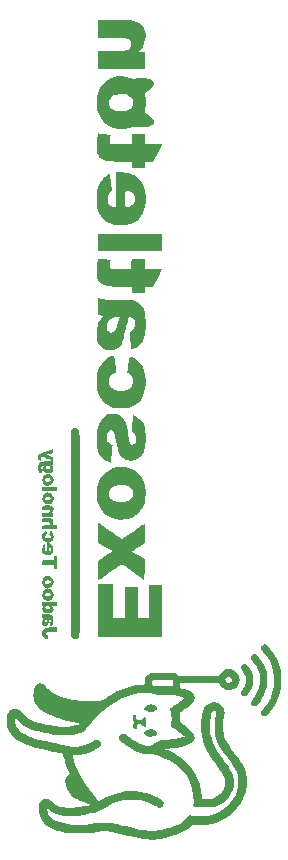
<source format=gbr>
%TF.GenerationSoftware,KiCad,Pcbnew,8.0.4*%
%TF.CreationDate,2024-11-18T10:24:52-08:00*%
%TF.ProjectId,Mother,4d6f7468-6572-42e6-9b69-6361645f7063,rev?*%
%TF.SameCoordinates,Original*%
%TF.FileFunction,Legend,Bot*%
%TF.FilePolarity,Positive*%
%FSLAX46Y46*%
G04 Gerber Fmt 4.6, Leading zero omitted, Abs format (unit mm)*
G04 Created by KiCad (PCBNEW 8.0.4) date 2024-11-18 10:24:52*
%MOMM*%
%LPD*%
G01*
G04 APERTURE LIST*
%ADD10C,0.000000*%
G04 APERTURE END LIST*
D10*
%TO.C,G\u002A\u002A\u002A*%
G36*
X111393452Y-149891910D02*
G01*
X111592067Y-149957382D01*
X111773705Y-150059542D01*
X111915068Y-150187682D01*
X111921063Y-150195070D01*
X112005561Y-150324073D01*
X112078486Y-150476946D01*
X112129687Y-150629039D01*
X112149009Y-150755701D01*
X112147844Y-150782692D01*
X112119236Y-150920917D01*
X112060079Y-151078239D01*
X111980772Y-151230496D01*
X111891714Y-151353525D01*
X111804067Y-151438328D01*
X111615293Y-151559241D01*
X111408141Y-151626233D01*
X111287170Y-151634241D01*
X111193034Y-151640472D01*
X110980398Y-151603127D01*
X110780657Y-151515365D01*
X110604235Y-151378355D01*
X110461558Y-151193265D01*
X110377190Y-151049303D01*
X108754155Y-151057779D01*
X107131120Y-151066255D01*
X107121531Y-151265049D01*
X107111942Y-151463844D01*
X107383049Y-151537853D01*
X107528118Y-151580734D01*
X107758403Y-151663814D01*
X107954212Y-151754051D01*
X108105393Y-151846504D01*
X108201797Y-151936236D01*
X108292796Y-152099162D01*
X108334238Y-152283626D01*
X108318675Y-152467166D01*
X108245243Y-152635881D01*
X108198565Y-152691210D01*
X108104194Y-152782205D01*
X107976621Y-152894026D01*
X107826709Y-153017738D01*
X107665321Y-153144408D01*
X107503317Y-153265103D01*
X107351562Y-153370888D01*
X107321494Y-153391042D01*
X107204192Y-153473549D01*
X107133424Y-153533142D01*
X107100791Y-153577939D01*
X107097893Y-153616061D01*
X107102722Y-153651848D01*
X107108585Y-153746679D01*
X107112680Y-153877860D01*
X107114329Y-154028369D01*
X107114775Y-154375296D01*
X107463331Y-154631047D01*
X107595914Y-154730555D01*
X107791457Y-154885861D01*
X107965028Y-155034019D01*
X108108538Y-155167722D01*
X108213899Y-155279663D01*
X108273023Y-155362534D01*
X108327188Y-155526664D01*
X108332322Y-155713677D01*
X108283913Y-155892796D01*
X108184262Y-156046291D01*
X108158433Y-156071058D01*
X108037507Y-156152108D01*
X107865580Y-156234671D01*
X107653416Y-156315798D01*
X107411776Y-156392539D01*
X107151424Y-156461943D01*
X106883122Y-156521059D01*
X106617633Y-156566938D01*
X106365720Y-156596629D01*
X106138145Y-156607181D01*
X106059289Y-156607920D01*
X105925412Y-156613786D01*
X105838285Y-156624741D01*
X105807182Y-156639871D01*
X105810064Y-156651911D01*
X105848044Y-156672714D01*
X105870608Y-156676937D01*
X105951775Y-156707069D01*
X106072645Y-156761328D01*
X106222076Y-156833963D01*
X106388925Y-156919221D01*
X106562052Y-157011349D01*
X106730315Y-157104596D01*
X106882571Y-157193208D01*
X107007680Y-157271434D01*
X107125999Y-157353109D01*
X107402467Y-157568972D01*
X107674479Y-157812850D01*
X107923287Y-158067311D01*
X108130139Y-158314925D01*
X108193597Y-158404537D01*
X108315344Y-158599416D01*
X108440351Y-158823565D01*
X108558016Y-159056574D01*
X108657738Y-159278035D01*
X108728913Y-159467542D01*
X108755892Y-159558164D01*
X108813751Y-159794018D01*
X108865445Y-160058345D01*
X108906306Y-160325747D01*
X108931666Y-160570823D01*
X108954363Y-160889549D01*
X109258829Y-160889549D01*
X109360477Y-160887896D01*
X109702147Y-160853371D01*
X110001452Y-160772875D01*
X110263180Y-160644770D01*
X110492118Y-160467417D01*
X110648967Y-160287377D01*
X110786649Y-160051876D01*
X110878660Y-159795398D01*
X110919867Y-159532716D01*
X110905138Y-159278605D01*
X110884361Y-159176277D01*
X110840014Y-159015945D01*
X110778800Y-158860425D01*
X110695055Y-158699304D01*
X110583113Y-158522171D01*
X110437310Y-158318615D01*
X110251979Y-158078224D01*
X110116345Y-157903433D01*
X109803756Y-157471444D01*
X109543258Y-157061378D01*
X109331726Y-156665229D01*
X109166036Y-156274994D01*
X109043063Y-155882668D01*
X108959682Y-155480247D01*
X108912767Y-155059726D01*
X108899194Y-154613101D01*
X108899433Y-154570104D01*
X108902911Y-154360625D01*
X108911508Y-154192406D01*
X108927298Y-154045006D01*
X108952357Y-153897985D01*
X108988760Y-153730902D01*
X109062946Y-153452820D01*
X109148740Y-153222050D01*
X109248772Y-153042074D01*
X109368179Y-152905538D01*
X109512096Y-152805091D01*
X109685660Y-152733379D01*
X109841440Y-152697708D01*
X110077886Y-152693603D01*
X110300548Y-152748234D01*
X110500574Y-152857682D01*
X110669112Y-153018031D01*
X110797308Y-153225361D01*
X110852635Y-153381943D01*
X110877780Y-153570410D01*
X110863753Y-153784639D01*
X110810777Y-154038086D01*
X110809354Y-154043573D01*
X110770928Y-154228731D01*
X110749803Y-154428915D01*
X110743346Y-154668743D01*
X110743519Y-154710244D01*
X110756417Y-155002071D01*
X110792516Y-155272494D01*
X110855656Y-155530573D01*
X110949677Y-155785371D01*
X111078421Y-156045950D01*
X111245727Y-156321370D01*
X111455434Y-156620693D01*
X111711385Y-156952982D01*
X111974283Y-157297944D01*
X112221332Y-157662355D01*
X112418854Y-158006069D01*
X112570539Y-158335575D01*
X112680074Y-158657364D01*
X112700889Y-158736236D01*
X112722404Y-158839380D01*
X112736787Y-158949487D01*
X112745293Y-159081153D01*
X112749175Y-159248972D01*
X112749687Y-159467542D01*
X112749093Y-159555645D01*
X112740992Y-159827171D01*
X112720743Y-160055438D01*
X112684692Y-160257311D01*
X112629186Y-160449653D01*
X112550571Y-160649329D01*
X112445194Y-160873204D01*
X112239988Y-161235315D01*
X111947534Y-161632745D01*
X111606782Y-161990169D01*
X111221852Y-162304293D01*
X110796865Y-162571821D01*
X110335940Y-162789459D01*
X109843199Y-162953913D01*
X109804790Y-162964236D01*
X109673659Y-162998232D01*
X109562679Y-163023065D01*
X109457594Y-163040231D01*
X109344149Y-163051224D01*
X109208090Y-163057537D01*
X109035162Y-163060666D01*
X108811109Y-163062105D01*
X108170120Y-163064856D01*
X108055042Y-163165896D01*
X107775861Y-163384303D01*
X107436242Y-163596296D01*
X107080183Y-163769683D01*
X106727927Y-163893369D01*
X106591182Y-163933394D01*
X106434900Y-163983059D01*
X106306190Y-164027841D01*
X106150678Y-164081562D01*
X105820038Y-164173601D01*
X105474223Y-164245030D01*
X105145782Y-164288537D01*
X104889034Y-164303670D01*
X104771736Y-164303547D01*
X104609842Y-164303377D01*
X104313923Y-164285466D01*
X103993913Y-164248911D01*
X103642451Y-164192686D01*
X103252172Y-164115767D01*
X102815714Y-164017127D01*
X102325715Y-163895742D01*
X102001708Y-163813943D01*
X101691976Y-163739881D01*
X101426525Y-163682889D01*
X101195678Y-163642113D01*
X100989758Y-163616701D01*
X100799089Y-163605797D01*
X100613994Y-163608550D01*
X100424797Y-163624105D01*
X100221820Y-163651609D01*
X99995387Y-163690209D01*
X99843746Y-163716923D01*
X99710365Y-163737700D01*
X99583779Y-163753227D01*
X99451959Y-163764293D01*
X99302876Y-163771689D01*
X99124502Y-163776204D01*
X98904807Y-163778629D01*
X98631763Y-163779753D01*
X98441240Y-163779575D01*
X98116156Y-163774924D01*
X97837631Y-163763362D01*
X97593370Y-163743421D01*
X97371083Y-163713631D01*
X97158474Y-163672524D01*
X96943252Y-163618631D01*
X96713123Y-163550483D01*
X96536342Y-163489717D01*
X96174098Y-163324992D01*
X95863856Y-163122930D01*
X95606565Y-162884500D01*
X95403171Y-162610674D01*
X95254622Y-162302423D01*
X95161864Y-161960715D01*
X95137639Y-161793192D01*
X95131275Y-161540305D01*
X95170748Y-161326797D01*
X95257467Y-161146765D01*
X95392845Y-160994309D01*
X95451803Y-160948260D01*
X95615359Y-160872682D01*
X95794767Y-160860152D01*
X95990236Y-160910713D01*
X96201972Y-161024406D01*
X96430186Y-161201272D01*
X96469573Y-161235588D01*
X96626753Y-161360772D01*
X96770069Y-161449243D01*
X96921448Y-161512803D01*
X97102817Y-161563252D01*
X97259862Y-161588493D01*
X97483971Y-161603147D01*
X97748161Y-161604559D01*
X98040029Y-161593651D01*
X98347170Y-161571344D01*
X98657180Y-161538560D01*
X98957656Y-161496221D01*
X99236194Y-161445248D01*
X99480390Y-161386564D01*
X99529120Y-161369010D01*
X99544443Y-161349250D01*
X99516594Y-161325984D01*
X99440385Y-161296649D01*
X99310633Y-161258684D01*
X99122150Y-161209523D01*
X98960485Y-161164809D01*
X98637168Y-161050768D01*
X98349522Y-160914983D01*
X98107333Y-160762433D01*
X97920384Y-160598096D01*
X97898558Y-160574176D01*
X97687280Y-160296793D01*
X97532849Y-160000196D01*
X97438107Y-159691132D01*
X97405895Y-159376350D01*
X97406451Y-159331364D01*
X97428735Y-159131106D01*
X97489374Y-158971628D01*
X97596336Y-158837949D01*
X97757588Y-158715087D01*
X97757765Y-158711849D01*
X97743704Y-158666836D01*
X97711036Y-158580515D01*
X97665215Y-158467499D01*
X97639500Y-158404834D01*
X97563397Y-158211353D01*
X97482193Y-157995410D01*
X97401835Y-157773609D01*
X97328271Y-157562556D01*
X97267445Y-157378854D01*
X97225306Y-157239110D01*
X97213630Y-157197953D01*
X97178028Y-157097556D01*
X97140773Y-157042551D01*
X97093003Y-157018138D01*
X97088536Y-157017052D01*
X97024970Y-157002970D01*
X96910138Y-156978543D01*
X96755157Y-156946101D01*
X96571145Y-156907973D01*
X96369218Y-156866487D01*
X96093814Y-156809597D01*
X95775850Y-156741937D01*
X95503656Y-156681141D01*
X95266600Y-156624653D01*
X95054051Y-156569916D01*
X94855378Y-156514374D01*
X94659949Y-156455471D01*
X94457610Y-156389898D01*
X94010685Y-156222604D01*
X93624500Y-156042282D01*
X93296338Y-155846937D01*
X93023482Y-155634570D01*
X92803214Y-155403186D01*
X92632815Y-155150786D01*
X92509568Y-154875375D01*
X92499718Y-154846738D01*
X92471417Y-154752840D01*
X92453617Y-154662023D01*
X92444624Y-154557197D01*
X92442745Y-154421275D01*
X92445551Y-154275305D01*
X93161173Y-154275305D01*
X93167919Y-154422684D01*
X93184907Y-154562689D01*
X93211118Y-154671995D01*
X93214837Y-154681806D01*
X93266788Y-154778997D01*
X93347859Y-154895585D01*
X93442188Y-155008470D01*
X93557626Y-155121797D01*
X93738078Y-155264067D01*
X93951779Y-155396511D01*
X94203310Y-155520927D01*
X94497254Y-155639110D01*
X94838193Y-155752857D01*
X95230707Y-155863965D01*
X95679380Y-155974231D01*
X96188793Y-156085451D01*
X96309099Y-156110563D01*
X96565712Y-156165025D01*
X96821026Y-156220280D01*
X97059349Y-156272883D01*
X97264985Y-156319387D01*
X97422240Y-156356344D01*
X97620164Y-156399731D01*
X98007968Y-156452503D01*
X98372249Y-156453102D01*
X98725513Y-156400120D01*
X99080265Y-156292145D01*
X99449009Y-156127767D01*
X99523706Y-156089213D01*
X99657304Y-156017440D01*
X99769349Y-155953805D01*
X99841287Y-155908669D01*
X99923985Y-155865628D01*
X100080970Y-155839021D01*
X100192154Y-155856981D01*
X100308294Y-155927082D01*
X100385405Y-156040278D01*
X100413359Y-156185998D01*
X100405170Y-156259775D01*
X100363595Y-156355396D01*
X100280717Y-156450492D01*
X100149713Y-156552380D01*
X99963763Y-156668379D01*
X99758135Y-156778508D01*
X99382288Y-156938926D01*
X98991052Y-157059701D01*
X98601652Y-157135917D01*
X98231313Y-157162661D01*
X98226851Y-157162669D01*
X98093403Y-157167116D01*
X98018237Y-157180442D01*
X97994889Y-157203771D01*
X98003249Y-157259959D01*
X98034842Y-157376970D01*
X98086010Y-157534092D01*
X98152567Y-157720388D01*
X98230330Y-157924916D01*
X98315114Y-158136739D01*
X98402734Y-158344917D01*
X98489005Y-158538509D01*
X98569744Y-158706578D01*
X98617750Y-158799942D01*
X98855236Y-159223282D01*
X99124960Y-159650794D01*
X99415181Y-160065510D01*
X99714162Y-160450463D01*
X100010163Y-160788682D01*
X100268683Y-161063748D01*
X100561678Y-160890686D01*
X100856668Y-160729367D01*
X101374121Y-160503149D01*
X101910082Y-160336658D01*
X102456474Y-160232698D01*
X102502973Y-160226988D01*
X102902764Y-160203763D01*
X103331300Y-160219819D01*
X103769409Y-160272927D01*
X104197918Y-160360862D01*
X104597658Y-160481396D01*
X104759398Y-160545114D01*
X104939213Y-160625507D01*
X105122082Y-160715001D01*
X105295285Y-160806846D01*
X105446098Y-160894291D01*
X105561800Y-160970587D01*
X105629670Y-161028982D01*
X105664220Y-161078043D01*
X105706867Y-161206562D01*
X105696706Y-161337612D01*
X105639533Y-161456368D01*
X105541143Y-161548004D01*
X105407334Y-161597695D01*
X105365729Y-161602515D01*
X105290689Y-161596698D01*
X105206294Y-161565147D01*
X105090946Y-161501279D01*
X104977921Y-161437026D01*
X104659622Y-161280765D01*
X104316222Y-161142158D01*
X103976551Y-161033313D01*
X103965908Y-161030400D01*
X103844366Y-160998295D01*
X103740105Y-160974760D01*
X103639350Y-160958480D01*
X103528324Y-160948136D01*
X103393250Y-160942412D01*
X103220353Y-160939990D01*
X102995856Y-160939554D01*
X102886547Y-160939727D01*
X102670952Y-160941847D01*
X102498113Y-160948229D01*
X102352191Y-160961170D01*
X102217351Y-160982966D01*
X102077755Y-161015914D01*
X101917568Y-161062311D01*
X101720953Y-161124454D01*
X101691017Y-161134339D01*
X101443324Y-161231730D01*
X101172367Y-161361583D01*
X100899575Y-161512922D01*
X100646377Y-161674775D01*
X100543270Y-161742374D01*
X100397982Y-161823708D01*
X100239509Y-161894585D01*
X100057490Y-161958529D01*
X99841565Y-162019063D01*
X99581373Y-162079710D01*
X99266555Y-162143993D01*
X98934592Y-162204557D01*
X98462073Y-162273567D01*
X98036590Y-162312057D01*
X97651608Y-162320070D01*
X97300589Y-162297652D01*
X96976997Y-162244847D01*
X96674295Y-162161699D01*
X96562475Y-162122969D01*
X96410069Y-162060857D01*
X96283799Y-161991205D01*
X96160393Y-161900311D01*
X96016577Y-161774474D01*
X95993123Y-161753094D01*
X95915923Y-161685504D01*
X95872479Y-161657121D01*
X95851743Y-161663134D01*
X95842667Y-161698732D01*
X95844992Y-161802897D01*
X95886050Y-161958539D01*
X95961596Y-162128813D01*
X96063291Y-162298193D01*
X96182796Y-162451153D01*
X96311774Y-162572168D01*
X96442747Y-162656528D01*
X96667852Y-162761346D01*
X96942680Y-162855171D01*
X97258477Y-162935515D01*
X97606490Y-162999889D01*
X97977967Y-163045806D01*
X98303798Y-163069485D01*
X98696152Y-163076747D01*
X99092826Y-163058677D01*
X99512048Y-163014334D01*
X99972047Y-162942776D01*
X100064076Y-162927664D01*
X100517031Y-162882278D01*
X100966662Y-162883065D01*
X101391676Y-162930212D01*
X101471452Y-162945403D01*
X101627541Y-162978455D01*
X101824852Y-163022760D01*
X102050555Y-163075365D01*
X102291821Y-163133315D01*
X102535820Y-163193656D01*
X102840574Y-163269149D01*
X103181937Y-163350108D01*
X103477901Y-163415142D01*
X103738101Y-163465955D01*
X103972176Y-163504251D01*
X104189760Y-163531733D01*
X104400490Y-163550105D01*
X104614003Y-163561071D01*
X104771736Y-163564881D01*
X105024288Y-163560144D01*
X105259650Y-163538275D01*
X105496797Y-163496366D01*
X105754707Y-163431513D01*
X106052355Y-163340808D01*
X106202447Y-163292558D01*
X106383317Y-163234913D01*
X106547586Y-163183047D01*
X106672471Y-163144185D01*
X106817894Y-163093550D01*
X107100844Y-162955947D01*
X107373819Y-162766884D01*
X107647027Y-162519821D01*
X107934106Y-162231170D01*
X108170065Y-162285102D01*
X108187377Y-162288932D01*
X108368467Y-162317118D01*
X108596407Y-162333338D01*
X108880026Y-162338252D01*
X108938608Y-162338062D01*
X109129158Y-162335096D01*
X109279066Y-162326943D01*
X109407931Y-162311439D01*
X109535352Y-162286416D01*
X109680927Y-162249707D01*
X109849655Y-162199854D01*
X110267826Y-162035074D01*
X110656404Y-161821908D01*
X111006225Y-161565860D01*
X111308128Y-161272434D01*
X111367988Y-161203528D01*
X111621512Y-160871693D01*
X111813748Y-160541466D01*
X111947492Y-160206147D01*
X112025541Y-159859038D01*
X112050693Y-159493437D01*
X112048197Y-159364528D01*
X112024710Y-159095287D01*
X111973357Y-158838253D01*
X111890329Y-158584517D01*
X111771811Y-158325174D01*
X111613994Y-158051316D01*
X111413064Y-157754035D01*
X111165210Y-157424427D01*
X110965565Y-157162984D01*
X110754101Y-156870130D01*
X110576951Y-156605656D01*
X110440206Y-156378352D01*
X110439626Y-156377309D01*
X110344718Y-156180996D01*
X110251230Y-155942657D01*
X110166691Y-155685211D01*
X110098632Y-155431577D01*
X110054584Y-155204675D01*
X110045646Y-155132765D01*
X110029841Y-154882448D01*
X110030680Y-154604988D01*
X110047039Y-154323231D01*
X110077793Y-154060023D01*
X110121818Y-153838211D01*
X110146878Y-153733670D01*
X110167066Y-153597999D01*
X110157533Y-153506531D01*
X110116436Y-153449555D01*
X110041931Y-153417357D01*
X109962326Y-153408100D01*
X109863747Y-153440419D01*
X109799386Y-153527251D01*
X109793223Y-153543014D01*
X109735293Y-153739101D01*
X109689498Y-153982532D01*
X109656864Y-154257702D01*
X109638420Y-154549007D01*
X109635192Y-154840843D01*
X109648208Y-155117605D01*
X109678495Y-155363689D01*
X109695681Y-155456773D01*
X109777365Y-155797229D01*
X109888778Y-156124916D01*
X110034781Y-156449748D01*
X110220234Y-156781642D01*
X110449999Y-157130512D01*
X110728937Y-157506274D01*
X110851340Y-157665205D01*
X111062301Y-157949428D01*
X111233761Y-158198526D01*
X111369594Y-158420476D01*
X111473675Y-158623254D01*
X111549879Y-158814835D01*
X111602081Y-159003196D01*
X111634156Y-159196313D01*
X111649978Y-159402162D01*
X111651266Y-159433612D01*
X111655636Y-159591214D01*
X111651987Y-159711058D01*
X111637277Y-159816701D01*
X111608465Y-159931704D01*
X111562508Y-160079624D01*
X111435669Y-160395743D01*
X111245142Y-160714617D01*
X111006822Y-160989669D01*
X110722615Y-161219099D01*
X110394429Y-161401102D01*
X110024170Y-161533877D01*
X109951170Y-161550303D01*
X109771274Y-161574246D01*
X109552598Y-161588541D01*
X109312109Y-161593335D01*
X109066777Y-161588775D01*
X108833569Y-161575008D01*
X108629455Y-161552181D01*
X108471403Y-161520441D01*
X108242574Y-161456499D01*
X108249382Y-161230232D01*
X108250079Y-161201428D01*
X108246085Y-160958759D01*
X108227647Y-160685123D01*
X108197302Y-160404572D01*
X108157589Y-160141157D01*
X108111044Y-159918930D01*
X108054193Y-159721009D01*
X107883951Y-159296768D01*
X107655522Y-158899610D01*
X107370432Y-158530957D01*
X107030210Y-158192229D01*
X106636385Y-157884846D01*
X106190485Y-157610230D01*
X105694038Y-157369801D01*
X105148573Y-157164979D01*
X105143582Y-157163346D01*
X105010755Y-157122053D01*
X104903878Y-157096695D01*
X104800169Y-157084561D01*
X104676844Y-157082941D01*
X104511121Y-157089122D01*
X104410764Y-157093548D01*
X104280151Y-157096027D01*
X104175499Y-157089676D01*
X104074883Y-157071318D01*
X103956381Y-157037782D01*
X103798068Y-156985893D01*
X103725214Y-156960170D01*
X103511086Y-156873726D01*
X103287924Y-156770930D01*
X103088327Y-156666455D01*
X102996322Y-156612641D01*
X102819739Y-156502254D01*
X102636849Y-156380358D01*
X102458013Y-156254532D01*
X102293595Y-156132354D01*
X102153955Y-156021404D01*
X102049458Y-155929260D01*
X101990464Y-155863500D01*
X101948353Y-155775853D01*
X101934111Y-155639629D01*
X101974818Y-155511062D01*
X102065193Y-155403584D01*
X102199957Y-155330627D01*
X102247624Y-155318451D01*
X102315257Y-155317531D01*
X102391341Y-155340370D01*
X102486090Y-155391764D01*
X102609716Y-155476507D01*
X102772431Y-155599394D01*
X102832663Y-155645377D01*
X103145208Y-155865857D01*
X103454268Y-156054942D01*
X103750499Y-156207721D01*
X104024556Y-156319284D01*
X104267093Y-156384722D01*
X104307844Y-156391948D01*
X104382863Y-156401308D01*
X104448630Y-156397965D01*
X104522214Y-156378063D01*
X104620683Y-156337747D01*
X104761107Y-156273165D01*
X104830072Y-156240208D01*
X104996649Y-156155784D01*
X105157120Y-156068830D01*
X105284585Y-155993706D01*
X105497510Y-155859220D01*
X105905692Y-155858476D01*
X106058051Y-155855239D01*
X106381131Y-155831960D01*
X106707222Y-155789028D01*
X107013771Y-155729749D01*
X107278224Y-155657426D01*
X107280012Y-155656836D01*
X107388004Y-155620112D01*
X107468256Y-155590753D01*
X107503511Y-155575068D01*
X107497069Y-155558877D01*
X107447794Y-155510310D01*
X107360273Y-155437575D01*
X107243918Y-155347589D01*
X107108141Y-155247269D01*
X106962354Y-155143532D01*
X106815968Y-155043293D01*
X106678396Y-154953470D01*
X106559048Y-154880980D01*
X106472621Y-154830941D01*
X106386877Y-154780393D01*
X106337815Y-154750325D01*
X106321652Y-154731134D01*
X106314383Y-154683865D01*
X106322370Y-154599028D01*
X106345982Y-154463712D01*
X106366111Y-154347446D01*
X106386843Y-154159829D01*
X106389299Y-153973894D01*
X106372578Y-153773817D01*
X106335781Y-153543775D01*
X106278009Y-153267945D01*
X106273169Y-153239386D01*
X106279351Y-153199799D01*
X106312144Y-153160627D01*
X106381823Y-153111315D01*
X106498660Y-153041314D01*
X106522803Y-153027144D01*
X106692141Y-152923084D01*
X106863219Y-152810818D01*
X107027882Y-152696496D01*
X107177978Y-152586264D01*
X107305354Y-152486270D01*
X107401857Y-152402661D01*
X107459335Y-152341584D01*
X107469634Y-152309187D01*
X107462155Y-152304526D01*
X107402238Y-152282926D01*
X107296240Y-152252234D01*
X107157522Y-152215771D01*
X106999447Y-152176861D01*
X106835377Y-152138827D01*
X106678675Y-152104992D01*
X106542703Y-152078679D01*
X106379008Y-152055619D01*
X106183451Y-152040472D01*
X105947995Y-152033406D01*
X105660077Y-152033781D01*
X105626567Y-152034164D01*
X105596493Y-152034508D01*
X105391500Y-152035602D01*
X105234451Y-152033247D01*
X105111570Y-152026376D01*
X105009076Y-152013923D01*
X104913193Y-151994823D01*
X104810142Y-151968008D01*
X104667119Y-151933210D01*
X104306794Y-151882660D01*
X103926866Y-151875912D01*
X103548389Y-151913870D01*
X103519140Y-151918833D01*
X103264335Y-151973713D01*
X102981351Y-152051535D01*
X102693483Y-152144819D01*
X102424028Y-152246089D01*
X102196283Y-152347866D01*
X101931397Y-152487391D01*
X101473592Y-152763784D01*
X101021043Y-153083557D01*
X100569090Y-153450602D01*
X100113071Y-153868811D01*
X99648324Y-154342074D01*
X99170189Y-154874285D01*
X99132050Y-154918439D01*
X99031373Y-155033101D01*
X98953765Y-155112695D01*
X98883842Y-155167927D01*
X98806225Y-155209499D01*
X98705533Y-155248116D01*
X98566384Y-155294482D01*
X98543434Y-155301980D01*
X98305338Y-155371877D01*
X98078389Y-155421160D01*
X97843659Y-155452421D01*
X97582218Y-155468250D01*
X97275135Y-155471241D01*
X97164687Y-155469748D01*
X96919063Y-155460776D01*
X96678448Y-155442716D01*
X96429254Y-155413841D01*
X96157892Y-155372426D01*
X95850773Y-155316745D01*
X95494309Y-155245073D01*
X95467081Y-155239364D01*
X94996199Y-155125282D01*
X94578233Y-154993577D01*
X94215440Y-154845293D01*
X93910075Y-154681477D01*
X93664393Y-154503174D01*
X93480649Y-154311430D01*
X93444030Y-154264537D01*
X93360784Y-154162270D01*
X93290238Y-154080647D01*
X93286594Y-154076665D01*
X93232710Y-154023068D01*
X93203693Y-154015102D01*
X93183896Y-154047957D01*
X93182476Y-154051728D01*
X93165686Y-154143878D01*
X93161173Y-154275305D01*
X92445551Y-154275305D01*
X92446284Y-154237168D01*
X92447113Y-154208616D01*
X92462767Y-153958519D01*
X92494319Y-153760691D01*
X92545192Y-153604252D01*
X92618812Y-153478323D01*
X92718602Y-153372025D01*
X92784108Y-153320841D01*
X92956162Y-153238383D01*
X93140064Y-153217746D01*
X93332436Y-153257918D01*
X93529901Y-153357889D01*
X93729080Y-153516651D01*
X93926595Y-153733192D01*
X94021447Y-153846830D01*
X94150852Y-153979518D01*
X94287413Y-154087572D01*
X94445381Y-154180291D01*
X94639008Y-154266975D01*
X94882545Y-154356920D01*
X94906494Y-154365009D01*
X95082293Y-154416622D01*
X95306293Y-154472694D01*
X95564192Y-154530419D01*
X95841692Y-154586987D01*
X96124491Y-154639592D01*
X96398289Y-154685424D01*
X96648786Y-154721676D01*
X96861681Y-154745541D01*
X96965604Y-154753466D01*
X97316610Y-154762715D01*
X97658662Y-154746333D01*
X97974183Y-154705637D01*
X98245600Y-154641942D01*
X98280071Y-154631178D01*
X98434144Y-154576149D01*
X98523681Y-154529381D01*
X98548914Y-154490579D01*
X98510075Y-154459446D01*
X98407396Y-154435685D01*
X98323618Y-154421035D01*
X98162704Y-154387750D01*
X97962314Y-154342491D01*
X97736071Y-154288648D01*
X97497599Y-154229610D01*
X97260518Y-154168768D01*
X97038453Y-154109511D01*
X96845027Y-154055229D01*
X96693861Y-154009312D01*
X96328593Y-153880098D01*
X95925171Y-153704014D01*
X95581230Y-153511112D01*
X95294321Y-153299778D01*
X95061994Y-153068397D01*
X94881800Y-152815356D01*
X94828898Y-152718330D01*
X94757728Y-152545945D01*
X94714914Y-152362343D01*
X94697085Y-152150337D01*
X94700872Y-151892737D01*
X94701482Y-151879997D01*
X94713041Y-151705854D01*
X94730204Y-151577663D01*
X94756361Y-151477163D01*
X94794900Y-151386091D01*
X94814409Y-151349242D01*
X94928513Y-151202299D01*
X95071280Y-151112822D01*
X95240087Y-151082599D01*
X95378758Y-151097138D01*
X95511941Y-151147902D01*
X95647152Y-151242338D01*
X95797956Y-151387867D01*
X95951983Y-151549041D01*
X96140463Y-151733715D01*
X96312043Y-151880509D01*
X96480246Y-151997382D01*
X96658593Y-152092293D01*
X96860607Y-152173203D01*
X97099809Y-152248071D01*
X97389723Y-152324857D01*
X97717607Y-152404276D01*
X98056869Y-152477500D01*
X98365323Y-152532215D01*
X98659306Y-152570901D01*
X98955158Y-152596038D01*
X99269215Y-152610106D01*
X99294048Y-152610782D01*
X99670629Y-152611696D01*
X99993579Y-152592196D01*
X100271433Y-152550551D01*
X100512725Y-152485030D01*
X100725989Y-152393904D01*
X100919760Y-152275441D01*
X101294310Y-152031494D01*
X101781904Y-151769378D01*
X102292667Y-151549909D01*
X102814583Y-151377538D01*
X103335637Y-151256719D01*
X103484172Y-151237774D01*
X104758410Y-151237774D01*
X104996760Y-151292762D01*
X105049687Y-151304098D01*
X105157425Y-151321369D01*
X105281291Y-151332739D01*
X105433574Y-151338840D01*
X105626567Y-151340304D01*
X105872561Y-151337762D01*
X106510013Y-151327773D01*
X106519469Y-151079495D01*
X106520427Y-151051612D01*
X106520027Y-150918047D01*
X106507959Y-150835651D01*
X106482743Y-150792889D01*
X106460870Y-150783637D01*
X106393132Y-150773247D01*
X106278479Y-150766175D01*
X106112309Y-150762263D01*
X105890018Y-150761358D01*
X105607006Y-150763304D01*
X104777452Y-150772046D01*
X104767931Y-151004910D01*
X104758410Y-151237774D01*
X103484172Y-151237774D01*
X103843815Y-151191903D01*
X104140000Y-151170879D01*
X104140000Y-151013934D01*
X104141134Y-150952153D01*
X104167343Y-150754433D01*
X110945386Y-150754433D01*
X110954699Y-150800283D01*
X110987139Y-150875714D01*
X111062807Y-150983914D01*
X111167889Y-151041790D01*
X111287170Y-151043076D01*
X111406570Y-150984132D01*
X111477090Y-150905688D01*
X111513679Y-150797745D01*
X111503352Y-150688254D01*
X111453377Y-150590381D01*
X111371026Y-150517296D01*
X111263566Y-150482166D01*
X111138269Y-150498159D01*
X111062851Y-150544519D01*
X110991165Y-150640331D01*
X110959741Y-150706590D01*
X110945386Y-150754433D01*
X104167343Y-150754433D01*
X104174335Y-150701687D01*
X104253389Y-150497321D01*
X104378117Y-150339394D01*
X104548343Y-150228250D01*
X104558418Y-150223794D01*
X104603478Y-150207328D01*
X104658272Y-150194455D01*
X104730751Y-150184733D01*
X104828861Y-150177723D01*
X104960553Y-150172985D01*
X105133776Y-150170079D01*
X105356479Y-150168565D01*
X105636610Y-150168002D01*
X105834525Y-150167970D01*
X106089742Y-150168951D01*
X106292787Y-150172231D01*
X106451661Y-150178998D01*
X106574363Y-150190439D01*
X106668896Y-150207742D01*
X106743258Y-150232096D01*
X106805451Y-150264687D01*
X106863474Y-150306704D01*
X106925329Y-150359334D01*
X107041682Y-150461493D01*
X108723818Y-150461493D01*
X110405954Y-150461493D01*
X110444618Y-150376633D01*
X110489698Y-150292636D01*
X110629428Y-150123045D01*
X110809211Y-149990379D01*
X111014499Y-149903959D01*
X111230743Y-149873101D01*
X111393452Y-149891910D01*
G37*
G36*
X96359820Y-132449395D02*
G01*
X96356055Y-132542449D01*
X96340335Y-132597469D01*
X96308413Y-132612844D01*
X96284991Y-132616313D01*
X96283713Y-132640436D01*
X96324758Y-132698977D01*
X96365025Y-132769503D01*
X96390104Y-132897949D01*
X96372281Y-133030344D01*
X96315493Y-133146200D01*
X96223677Y-133225030D01*
X96201075Y-133235663D01*
X96038524Y-133282595D01*
X95922991Y-133283330D01*
X95879348Y-133283608D01*
X95735220Y-133243588D01*
X95617817Y-133167424D01*
X95538813Y-133060004D01*
X95509884Y-132926213D01*
X95510563Y-132903214D01*
X95527723Y-132798015D01*
X95529949Y-132792638D01*
X95738713Y-132792638D01*
X95765563Y-132860678D01*
X95834849Y-132916834D01*
X95922991Y-132939742D01*
X96022123Y-132925014D01*
X96102004Y-132873654D01*
X96130991Y-132792638D01*
X96115204Y-132734336D01*
X96054090Y-132676082D01*
X95965913Y-132646601D01*
X95871100Y-132651629D01*
X95790083Y-132696904D01*
X95760148Y-132735206D01*
X95738713Y-132792638D01*
X95529949Y-132792638D01*
X95560773Y-132718187D01*
X95589024Y-132674397D01*
X95584795Y-132649752D01*
X95525934Y-132645534D01*
X95490674Y-132647168D01*
X95388189Y-132676281D01*
X95327198Y-132733111D01*
X95315559Y-132806273D01*
X95361125Y-132884382D01*
X95378453Y-132910300D01*
X95408991Y-132993246D01*
X95430716Y-133099201D01*
X95435919Y-133140628D01*
X95440999Y-133220880D01*
X95429378Y-133257761D01*
X95398058Y-133266641D01*
X95389736Y-133266464D01*
X95277558Y-133234335D01*
X95179609Y-133159865D01*
X95121383Y-133061918D01*
X95102754Y-132979333D01*
X95088919Y-132809549D01*
X95102404Y-132645621D01*
X95142175Y-132514774D01*
X95151197Y-132497321D01*
X95203091Y-132420197D01*
X95270521Y-132363859D01*
X95363408Y-132325288D01*
X95491669Y-132301466D01*
X95665223Y-132289375D01*
X95893990Y-132285996D01*
X96359820Y-132285946D01*
X96359820Y-132449395D01*
G37*
G36*
X96359820Y-131386336D02*
G01*
X96359820Y-131559607D01*
X96090129Y-131631998D01*
X96041286Y-131645228D01*
X95926289Y-131677427D01*
X95843969Y-131702021D01*
X95809606Y-131714515D01*
X95814366Y-131718985D01*
X95864252Y-131739543D01*
X95957003Y-131771525D01*
X96079297Y-131810205D01*
X96359820Y-131895769D01*
X96359820Y-132078010D01*
X96359637Y-132110580D01*
X96354506Y-132200557D01*
X96339713Y-132240330D01*
X96311764Y-132241810D01*
X96306100Y-132239595D01*
X96247491Y-132215969D01*
X96144048Y-132173819D01*
X96008544Y-132118362D01*
X95853751Y-132054810D01*
X95755035Y-132014693D01*
X95596271Y-131954727D01*
X95484625Y-131923305D01*
X95411958Y-131921094D01*
X95370130Y-131948763D01*
X95351002Y-132006978D01*
X95346435Y-132096407D01*
X95346205Y-132139306D01*
X95338581Y-132198292D01*
X95308433Y-132214234D01*
X95240193Y-132202712D01*
X95235722Y-132201714D01*
X95156309Y-132174805D01*
X95109935Y-132142907D01*
X95092599Y-132087086D01*
X95086301Y-131987179D01*
X95094313Y-131876417D01*
X95116147Y-131783091D01*
X95131451Y-131746843D01*
X95154780Y-131709165D01*
X95190408Y-131673981D01*
X95245390Y-131637834D01*
X95326777Y-131597265D01*
X95441622Y-131548817D01*
X95596979Y-131489033D01*
X95799901Y-131414455D01*
X96057439Y-131321624D01*
X96359820Y-131213065D01*
X96359820Y-131386336D01*
G37*
G36*
X96719408Y-146538713D02*
G01*
X96719408Y-146734852D01*
X96292291Y-146734852D01*
X96157362Y-146735833D01*
X95985224Y-146742474D01*
X95865324Y-146757043D01*
X95789629Y-146781466D01*
X95750103Y-146817669D01*
X95738713Y-146867578D01*
X95738737Y-146869872D01*
X95763015Y-146922957D01*
X95840283Y-146952939D01*
X95851177Y-146955155D01*
X95911529Y-146974503D01*
X95930756Y-147012225D01*
X95922368Y-147091054D01*
X95920839Y-147100466D01*
X95907992Y-147195590D01*
X95902522Y-147266061D01*
X95902301Y-147271557D01*
X95874719Y-147315568D01*
X95811199Y-147325128D01*
X95726290Y-147305341D01*
X95634543Y-147261309D01*
X95550506Y-147198137D01*
X95488730Y-147120927D01*
X95471025Y-147070666D01*
X95453078Y-146966633D01*
X95445663Y-146845928D01*
X95449622Y-146756640D01*
X95491379Y-146586381D01*
X95577632Y-146461877D01*
X95707155Y-146385281D01*
X95707333Y-146385220D01*
X95786527Y-146369555D01*
X95916422Y-146356826D01*
X96082420Y-146348094D01*
X96269923Y-146344419D01*
X96719408Y-146342574D01*
X96719408Y-146538713D01*
G37*
G36*
X95697851Y-145223093D02*
G01*
X95881190Y-145232196D01*
X96062157Y-145250487D01*
X96193047Y-145280905D01*
X96282375Y-145328395D01*
X96338655Y-145397899D01*
X96370403Y-145494361D01*
X96386132Y-145622726D01*
X96389685Y-145684148D01*
X96384028Y-145880974D01*
X96347114Y-146028446D01*
X96277415Y-146133742D01*
X96199091Y-146198589D01*
X96143987Y-146207805D01*
X96110136Y-146157032D01*
X96093284Y-146044201D01*
X96091246Y-146001864D01*
X96096975Y-145904313D01*
X96119869Y-145862042D01*
X96141960Y-145845916D01*
X96173608Y-145781197D01*
X96181948Y-145700683D01*
X96161086Y-145636615D01*
X96140453Y-145614204D01*
X96098397Y-145594996D01*
X96064917Y-145631958D01*
X96033790Y-145729639D01*
X96000277Y-145862033D01*
X95963892Y-145991908D01*
X95932757Y-146079926D01*
X95902212Y-146138739D01*
X95867599Y-146180998D01*
X95843217Y-146201833D01*
X95740138Y-146241436D01*
X95692213Y-146235988D01*
X95626948Y-146228570D01*
X95524743Y-146164266D01*
X95476405Y-146103324D01*
X95451115Y-146025963D01*
X95444505Y-145910021D01*
X95444647Y-145894323D01*
X95460190Y-145755625D01*
X95460220Y-145755550D01*
X95644191Y-145755550D01*
X95649207Y-145828308D01*
X95692213Y-145874067D01*
X95748022Y-145873171D01*
X95809792Y-145814697D01*
X95863478Y-145696949D01*
X95881308Y-145635434D01*
X95877795Y-145598937D01*
X95842356Y-145590708D01*
X95788775Y-145602769D01*
X95713297Y-145641596D01*
X95674937Y-145680342D01*
X95644191Y-145755550D01*
X95460220Y-145755550D01*
X95498330Y-145659169D01*
X95527618Y-145614140D01*
X95533153Y-145578928D01*
X95498330Y-145552201D01*
X95484561Y-145542161D01*
X95453968Y-145480767D01*
X95444505Y-145367792D01*
X95444505Y-145213504D01*
X95697851Y-145223093D01*
G37*
G36*
X96719408Y-144348494D02*
G01*
X96719408Y-144511943D01*
X96505071Y-144511943D01*
X96290733Y-144511943D01*
X96341621Y-144584596D01*
X96379837Y-144660266D01*
X96395555Y-144791949D01*
X96361038Y-144922646D01*
X96282029Y-145035249D01*
X96164275Y-145112653D01*
X96112732Y-145130721D01*
X95937553Y-145159480D01*
X95906365Y-145156668D01*
X95765949Y-145144005D01*
X95615163Y-145087417D01*
X95502439Y-144992838D01*
X95470415Y-144931429D01*
X95447830Y-144812440D01*
X95455139Y-144687462D01*
X95471749Y-144643870D01*
X95712683Y-144643870D01*
X95725108Y-144735221D01*
X95788960Y-144788718D01*
X95906365Y-144806152D01*
X95992703Y-144796539D01*
X96079944Y-144756426D01*
X96122344Y-144695483D01*
X96113507Y-144625061D01*
X96047037Y-144556511D01*
X96021661Y-144541225D01*
X95942951Y-144517846D01*
X95842725Y-144531240D01*
X95796125Y-144544779D01*
X95735148Y-144581929D01*
X95712791Y-144642932D01*
X95712683Y-144643870D01*
X95471749Y-144643870D01*
X95493070Y-144587914D01*
X95513092Y-144557791D01*
X95524098Y-144520602D01*
X95493070Y-144499941D01*
X95486603Y-144496810D01*
X95454818Y-144443901D01*
X95444505Y-144333175D01*
X95444505Y-144185045D01*
X96081956Y-144185045D01*
X96719408Y-144185045D01*
X96719408Y-144348494D01*
G37*
G36*
X96050433Y-143063544D02*
G01*
X96184147Y-143130286D01*
X96292817Y-143238985D01*
X96365815Y-143385062D01*
X96392510Y-143563938D01*
X96391610Y-143599295D01*
X96355398Y-143778753D01*
X96272062Y-143922852D01*
X96149556Y-144024541D01*
X95995832Y-144076770D01*
X95912909Y-144074764D01*
X95818845Y-144072488D01*
X95762039Y-144055765D01*
X95644756Y-143992439D01*
X95540415Y-143904688D01*
X95474466Y-143811778D01*
X95461622Y-143752774D01*
X95453729Y-143647661D01*
X95453899Y-143581107D01*
X95679437Y-143581107D01*
X95712744Y-143655145D01*
X95793077Y-143707519D01*
X95912909Y-143727387D01*
X95965133Y-143721972D01*
X96061434Y-143686371D01*
X96134618Y-143629129D01*
X96163681Y-143563938D01*
X96146297Y-143524414D01*
X96098301Y-143465868D01*
X96027406Y-143421785D01*
X95918376Y-143400138D01*
X95809171Y-143412827D01*
X95727435Y-143460270D01*
X95700686Y-143496248D01*
X95679437Y-143581107D01*
X95453899Y-143581107D01*
X95454045Y-143524171D01*
X95459716Y-143427032D01*
X95474818Y-143335013D01*
X95505267Y-143268553D01*
X95558568Y-143204716D01*
X95605332Y-143160843D01*
X95750396Y-143074243D01*
X95902306Y-143043336D01*
X96050433Y-143063544D01*
G37*
G36*
X96050433Y-141984779D02*
G01*
X96184147Y-142051522D01*
X96292817Y-142160221D01*
X96365815Y-142306298D01*
X96392510Y-142485173D01*
X96391610Y-142520530D01*
X96355398Y-142699989D01*
X96272062Y-142844088D01*
X96149556Y-142945777D01*
X95995832Y-142998006D01*
X95912909Y-142996000D01*
X95818845Y-142993724D01*
X95762039Y-142977000D01*
X95644756Y-142913675D01*
X95540415Y-142825924D01*
X95474466Y-142733013D01*
X95461622Y-142674009D01*
X95453729Y-142568896D01*
X95453899Y-142502342D01*
X95679437Y-142502342D01*
X95712744Y-142576381D01*
X95793077Y-142628755D01*
X95912909Y-142648623D01*
X95965133Y-142643207D01*
X96061434Y-142607606D01*
X96134618Y-142550365D01*
X96163681Y-142485173D01*
X96146297Y-142445649D01*
X96098301Y-142387104D01*
X96027406Y-142343020D01*
X95918376Y-142321373D01*
X95809171Y-142334063D01*
X95727435Y-142381505D01*
X95700686Y-142417483D01*
X95679437Y-142502342D01*
X95453899Y-142502342D01*
X95454045Y-142445407D01*
X95459716Y-142348268D01*
X95474818Y-142256249D01*
X95505267Y-142189789D01*
X95558568Y-142125951D01*
X95605332Y-142082079D01*
X95750396Y-141995479D01*
X95902306Y-141964572D01*
X96050433Y-141984779D01*
G37*
G36*
X96719408Y-140867027D02*
G01*
X96719408Y-141439099D01*
X96555959Y-141439099D01*
X96392510Y-141439099D01*
X96392510Y-141242960D01*
X96392510Y-141046821D01*
X95916876Y-141046821D01*
X95441242Y-141046821D01*
X95451046Y-140858854D01*
X95460850Y-140670888D01*
X95926680Y-140661818D01*
X96392510Y-140652748D01*
X96392510Y-140473851D01*
X96392510Y-140294955D01*
X96555959Y-140294955D01*
X96719408Y-140294955D01*
X96719408Y-140867027D01*
G37*
G36*
X96032215Y-139234402D02*
G01*
X96173887Y-139297772D01*
X96293462Y-139393363D01*
X96310781Y-139413261D01*
X96351209Y-139479918D01*
X96374146Y-139568217D01*
X96386187Y-139699957D01*
X96389529Y-139783522D01*
X96384997Y-139884228D01*
X96363787Y-139959388D01*
X96321134Y-140033436D01*
X96318117Y-140037866D01*
X96201692Y-140157618D01*
X96058706Y-140230876D01*
X96032922Y-140235263D01*
X95903320Y-140257312D01*
X95749693Y-140236596D01*
X95611988Y-140168401D01*
X95504363Y-140052397D01*
X95482496Y-140013019D01*
X95458564Y-139939652D01*
X95449150Y-139841591D01*
X95451239Y-139698770D01*
X95453740Y-139641405D01*
X95462600Y-139529891D01*
X95480015Y-139455986D01*
X95512425Y-139399654D01*
X95566268Y-139340858D01*
X95598871Y-139309642D01*
X95656441Y-139262522D01*
X95685742Y-139250556D01*
X95699246Y-139285186D01*
X95707770Y-139367635D01*
X95706974Y-139469573D01*
X95697294Y-139565731D01*
X95679167Y-139630836D01*
X95651535Y-139691987D01*
X95647632Y-139768944D01*
X95694745Y-139842895D01*
X95717393Y-139866774D01*
X95767299Y-139904551D01*
X95801593Y-139897888D01*
X95822874Y-139841603D01*
X95832886Y-139739227D01*
X96000232Y-139739227D01*
X96002438Y-139798104D01*
X96014274Y-139873276D01*
X96032922Y-139902677D01*
X96062933Y-139891044D01*
X96120472Y-139846448D01*
X96173248Y-139790340D01*
X96196371Y-139746501D01*
X96190880Y-139721596D01*
X96152633Y-139658141D01*
X96097152Y-139600758D01*
X96047413Y-139575778D01*
X96024893Y-139584805D01*
X96005877Y-139635133D01*
X96000232Y-139739227D01*
X95832886Y-139739227D01*
X95833738Y-139730512D01*
X95836783Y-139559433D01*
X95836783Y-139216190D01*
X95919557Y-139216190D01*
X96032215Y-139234402D01*
G37*
G36*
X95797144Y-138190283D02*
G01*
X95807243Y-138270694D01*
X95799301Y-138370048D01*
X95775672Y-138464375D01*
X95738713Y-138529704D01*
X95686379Y-138600314D01*
X95683063Y-138678322D01*
X95742508Y-138762328D01*
X95775265Y-138790824D01*
X95843368Y-138817823D01*
X95942606Y-138813942D01*
X95978867Y-138808661D01*
X96065859Y-138786086D01*
X96114420Y-138744876D01*
X96145334Y-138670308D01*
X96148748Y-138610660D01*
X96100524Y-138531926D01*
X96063537Y-138485158D01*
X96046803Y-138419508D01*
X96054260Y-138317770D01*
X96066674Y-138248258D01*
X96096153Y-138185255D01*
X96145754Y-138178773D01*
X96225240Y-138223423D01*
X96230615Y-138227295D01*
X96317787Y-138330161D01*
X96373110Y-138480641D01*
X96392388Y-138667586D01*
X96385899Y-138766005D01*
X96335572Y-138934226D01*
X96238774Y-139059556D01*
X96099495Y-139137779D01*
X95921727Y-139164680D01*
X95901838Y-139164389D01*
X95726873Y-139134307D01*
X95588458Y-139057997D01*
X95495222Y-138940005D01*
X95472900Y-138875770D01*
X95452299Y-138746512D01*
X95447395Y-138601032D01*
X95458600Y-138465787D01*
X95486325Y-138367236D01*
X95512568Y-138327850D01*
X95578353Y-138260399D01*
X95656632Y-138200161D01*
X95728592Y-138160869D01*
X95775418Y-138156252D01*
X95797144Y-138190283D01*
G37*
G36*
X96031888Y-137099295D02*
G01*
X96154571Y-137117869D01*
X96244646Y-137152811D01*
X96314438Y-137206446D01*
X96350382Y-137254345D01*
X96388981Y-137369994D01*
X96387755Y-137494748D01*
X96344515Y-137599968D01*
X96326651Y-137624435D01*
X96302859Y-137671578D01*
X96319434Y-137698126D01*
X96384686Y-137709834D01*
X96506924Y-137712458D01*
X96719408Y-137712458D01*
X96719408Y-137875907D01*
X96719408Y-138039356D01*
X96081956Y-138039356D01*
X95444505Y-138039356D01*
X95444505Y-137879160D01*
X95444505Y-137718963D01*
X95741368Y-137707538D01*
X95762913Y-137706680D01*
X95903676Y-137698380D01*
X95994718Y-137685550D01*
X96049966Y-137665213D01*
X96083345Y-137634390D01*
X96108308Y-137584998D01*
X96095885Y-137511803D01*
X96084710Y-137494784D01*
X96053082Y-137472072D01*
X95995979Y-137458763D01*
X95900114Y-137452503D01*
X95752200Y-137450939D01*
X95441088Y-137450939D01*
X95450969Y-137279318D01*
X95460850Y-137107696D01*
X95738713Y-137097750D01*
X95864274Y-137094760D01*
X96031888Y-137099295D01*
G37*
G36*
X96031888Y-136020530D02*
G01*
X96154571Y-136039105D01*
X96244646Y-136074046D01*
X96314438Y-136127682D01*
X96353521Y-136179199D01*
X96391412Y-136299345D01*
X96382015Y-136429896D01*
X96324758Y-136547560D01*
X96292364Y-136591375D01*
X96280068Y-136625310D01*
X96308413Y-136633693D01*
X96337680Y-136645664D01*
X96354984Y-136695647D01*
X96359820Y-136797143D01*
X96359820Y-136960592D01*
X95902162Y-136960592D01*
X95444505Y-136960592D01*
X95444505Y-136800395D01*
X95444505Y-136640199D01*
X95741368Y-136628773D01*
X95762913Y-136627915D01*
X95903676Y-136619615D01*
X95994718Y-136606786D01*
X96049966Y-136586449D01*
X96083345Y-136555625D01*
X96108308Y-136506234D01*
X96095885Y-136433039D01*
X96084710Y-136416019D01*
X96053082Y-136393307D01*
X95995979Y-136379998D01*
X95900114Y-136373738D01*
X95752200Y-136372175D01*
X95441088Y-136372175D01*
X95450969Y-136200553D01*
X95460850Y-136028931D01*
X95738713Y-136018985D01*
X95864274Y-136015996D01*
X96031888Y-136020530D01*
G37*
G36*
X96050433Y-134923775D02*
G01*
X96184147Y-134990518D01*
X96292817Y-135099217D01*
X96365815Y-135245294D01*
X96392510Y-135424170D01*
X96391610Y-135459527D01*
X96355398Y-135638985D01*
X96272062Y-135783084D01*
X96149556Y-135884773D01*
X95995832Y-135937002D01*
X95912909Y-135934996D01*
X95818845Y-135932720D01*
X95762039Y-135915996D01*
X95644756Y-135852671D01*
X95540415Y-135764920D01*
X95474466Y-135672010D01*
X95461622Y-135613005D01*
X95453729Y-135507892D01*
X95453899Y-135441339D01*
X95679437Y-135441339D01*
X95712744Y-135515377D01*
X95793077Y-135567751D01*
X95912909Y-135587619D01*
X95965133Y-135582203D01*
X96061434Y-135546602D01*
X96134618Y-135489361D01*
X96163681Y-135424170D01*
X96146297Y-135384645D01*
X96098301Y-135326100D01*
X96027406Y-135282017D01*
X95918376Y-135260369D01*
X95809171Y-135273059D01*
X95727435Y-135320502D01*
X95700686Y-135356480D01*
X95679437Y-135441339D01*
X95453899Y-135441339D01*
X95454045Y-135384403D01*
X95459716Y-135287264D01*
X95474818Y-135195245D01*
X95505267Y-135128785D01*
X95558568Y-135064948D01*
X95605332Y-135021075D01*
X95750396Y-134934475D01*
X95902306Y-134903568D01*
X96050433Y-134923775D01*
G37*
G36*
X96719408Y-134639614D02*
G01*
X96719408Y-134803063D01*
X96081956Y-134803063D01*
X95444505Y-134803063D01*
X95444505Y-134639614D01*
X95444505Y-134476164D01*
X96081956Y-134476164D01*
X96719408Y-134476164D01*
X96719408Y-134639614D01*
G37*
G36*
X96013206Y-133347353D02*
G01*
X96172871Y-133403494D01*
X96292101Y-133508533D01*
X96366710Y-133657587D01*
X96392510Y-133845772D01*
X96391874Y-133877392D01*
X96357374Y-134057965D01*
X96269808Y-134200615D01*
X96128572Y-134306393D01*
X96094407Y-134322822D01*
X95926266Y-134365634D01*
X95923447Y-134365315D01*
X95765559Y-134347435D01*
X95622787Y-134271053D01*
X95508446Y-134139317D01*
X95464769Y-134033485D01*
X95444627Y-133854548D01*
X95447820Y-133822298D01*
X95676409Y-133822298D01*
X95682514Y-133897366D01*
X95732779Y-133959670D01*
X95816619Y-134001041D01*
X95923447Y-134013314D01*
X96042680Y-133988321D01*
X96117381Y-133940079D01*
X96147056Y-133862240D01*
X96114634Y-133768727D01*
X96083099Y-133730383D01*
X96021408Y-133699686D01*
X95920089Y-133691608D01*
X95910354Y-133691692D01*
X95797545Y-133706629D01*
X95724703Y-133742978D01*
X95676409Y-133822298D01*
X95447820Y-133822298D01*
X95460705Y-133692140D01*
X95522936Y-133531945D01*
X95628980Y-133417863D01*
X95775616Y-133353107D01*
X95959621Y-133340892D01*
X96013206Y-133347353D01*
G37*
G36*
X98356515Y-129498475D02*
G01*
X98477415Y-129562404D01*
X98565830Y-129669689D01*
X98569654Y-129679841D01*
X98574531Y-129702982D01*
X98579054Y-129738978D01*
X98583237Y-129790114D01*
X98587091Y-129858673D01*
X98590631Y-129946938D01*
X98593868Y-130057194D01*
X98596816Y-130191723D01*
X98599488Y-130352810D01*
X98601897Y-130542739D01*
X98604055Y-130763792D01*
X98605976Y-131018254D01*
X98607672Y-131308408D01*
X98609156Y-131636537D01*
X98610442Y-132004927D01*
X98611542Y-132415859D01*
X98612468Y-132871618D01*
X98613235Y-133374488D01*
X98613854Y-133926751D01*
X98614340Y-134530693D01*
X98614703Y-135188596D01*
X98614959Y-135902743D01*
X98615119Y-136675420D01*
X98615196Y-137508909D01*
X98615203Y-138405493D01*
X98615186Y-138987755D01*
X98615143Y-139835141D01*
X98615064Y-140621013D01*
X98614933Y-141347719D01*
X98614733Y-142017605D01*
X98614447Y-142633020D01*
X98614056Y-143196309D01*
X98613546Y-143709820D01*
X98612898Y-144175900D01*
X98612095Y-144596897D01*
X98611121Y-144975157D01*
X98609958Y-145313028D01*
X98608589Y-145612857D01*
X98606998Y-145876990D01*
X98605167Y-146107776D01*
X98603079Y-146307561D01*
X98600717Y-146478692D01*
X98598065Y-146623516D01*
X98595104Y-146744381D01*
X98591819Y-146843634D01*
X98588191Y-146923622D01*
X98584205Y-146986691D01*
X98579842Y-147035190D01*
X98575087Y-147071465D01*
X98569921Y-147097863D01*
X98564328Y-147116732D01*
X98558291Y-147130419D01*
X98551793Y-147141270D01*
X98497418Y-147210195D01*
X98375782Y-147293835D01*
X98223141Y-147320952D01*
X98137470Y-147313310D01*
X98002150Y-147256467D01*
X97894488Y-147141270D01*
X97890229Y-147134451D01*
X97884032Y-147122033D01*
X97878284Y-147105260D01*
X97872969Y-147081787D01*
X97868071Y-147049265D01*
X97863572Y-147005347D01*
X97859455Y-146947687D01*
X97855703Y-146873938D01*
X97852298Y-146781751D01*
X97849225Y-146668780D01*
X97846466Y-146532678D01*
X97844003Y-146371097D01*
X97841821Y-146181691D01*
X97839901Y-145962113D01*
X97838227Y-145710015D01*
X97836782Y-145423050D01*
X97835548Y-145098871D01*
X97834509Y-144735130D01*
X97833648Y-144329482D01*
X97832947Y-143879578D01*
X97832390Y-143383071D01*
X97831959Y-142837615D01*
X97831638Y-142240862D01*
X97831409Y-141590464D01*
X97831256Y-140884076D01*
X97831161Y-140119350D01*
X97831107Y-139293938D01*
X97831078Y-138405493D01*
X97831077Y-137739174D01*
X97831135Y-136889265D01*
X97831271Y-136100770D01*
X97831500Y-135371406D01*
X97831834Y-134698890D01*
X97832286Y-134080937D01*
X97832869Y-133515265D01*
X97833595Y-132999589D01*
X97834479Y-132531625D01*
X97835531Y-132109091D01*
X97836767Y-131729702D01*
X97838197Y-131391175D01*
X97839836Y-131091226D01*
X97841697Y-130827572D01*
X97843791Y-130597929D01*
X97846132Y-130400013D01*
X97848734Y-130231540D01*
X97851608Y-130090227D01*
X97854768Y-129973791D01*
X97858226Y-129879947D01*
X97861996Y-129806412D01*
X97866091Y-129750902D01*
X97870523Y-129711134D01*
X97875305Y-129684825D01*
X97880451Y-129669689D01*
X97963430Y-129566827D01*
X98083071Y-129500687D01*
X98219584Y-129477903D01*
X98356515Y-129498475D01*
G37*
G36*
X102467820Y-132785577D02*
G01*
X102787447Y-132846502D01*
X103074788Y-132955719D01*
X103339673Y-133117072D01*
X103591931Y-133334406D01*
X103653309Y-133396393D01*
X103782314Y-133540818D01*
X103878961Y-133677089D01*
X103958816Y-133826063D01*
X104021074Y-133963681D01*
X104090337Y-134144217D01*
X104138096Y-134318635D01*
X104167861Y-134504702D01*
X104183145Y-134720187D01*
X104187459Y-134982857D01*
X104185312Y-135176976D01*
X104173347Y-135405995D01*
X104147781Y-135599791D01*
X104105133Y-135775713D01*
X104041922Y-135951114D01*
X103954667Y-136143346D01*
X103880873Y-136273983D01*
X103726677Y-136482910D01*
X103539657Y-136683380D01*
X103337247Y-136857409D01*
X103136878Y-136987012D01*
X103002117Y-137050198D01*
X102698359Y-137149589D01*
X102372712Y-137206611D01*
X102113231Y-137217902D01*
X102039384Y-137221115D01*
X101712583Y-137192951D01*
X101406515Y-137121971D01*
X101135389Y-137008024D01*
X100851955Y-136823243D01*
X100589905Y-136579739D01*
X100376313Y-136293612D01*
X100213109Y-135967480D01*
X100102220Y-135603964D01*
X100080000Y-135465162D01*
X100063482Y-135258358D01*
X100057636Y-135025866D01*
X100058170Y-134999479D01*
X101102257Y-134999479D01*
X101130467Y-135179743D01*
X101197830Y-135346789D01*
X101300252Y-135479780D01*
X101336230Y-135508443D01*
X101432313Y-135569712D01*
X101541566Y-135626620D01*
X101549781Y-135630366D01*
X101627412Y-135661550D01*
X101706634Y-135682187D01*
X101803386Y-135694373D01*
X101933605Y-135700202D01*
X102113231Y-135701769D01*
X102139165Y-135701768D01*
X102311287Y-135700037D01*
X102435999Y-135693768D01*
X102529224Y-135680877D01*
X102606882Y-135659278D01*
X102684895Y-135626884D01*
X102695522Y-135621931D01*
X102888480Y-135505125D01*
X103022713Y-135362448D01*
X103101124Y-135189663D01*
X103126615Y-134982536D01*
X103125593Y-134931941D01*
X103101851Y-134776848D01*
X103038585Y-134647306D01*
X102925093Y-134518683D01*
X102853747Y-134456562D01*
X102737548Y-134383749D01*
X102600651Y-134334407D01*
X102428382Y-134303813D01*
X102206070Y-134287245D01*
X102127848Y-134284751D01*
X101841676Y-134296449D01*
X101605582Y-134344719D01*
X101415044Y-134431454D01*
X101265538Y-134558546D01*
X101152540Y-134727887D01*
X101117294Y-134826832D01*
X101102257Y-134999479D01*
X100058170Y-134999479D01*
X100062436Y-134788749D01*
X100077851Y-134568069D01*
X100103855Y-134384889D01*
X100134803Y-134252772D01*
X100256433Y-133919667D01*
X100432043Y-133613941D01*
X100655552Y-133347032D01*
X100882448Y-133148793D01*
X101153657Y-132977901D01*
X101449093Y-132859766D01*
X101777074Y-132791159D01*
X102145920Y-132768854D01*
X102467820Y-132785577D01*
G37*
G36*
X101571571Y-128267317D02*
G01*
X101688002Y-128280237D01*
X101790620Y-128310361D01*
X101908512Y-128364039D01*
X101947480Y-128384392D01*
X102170016Y-128541855D01*
X102352889Y-128750143D01*
X102496693Y-129010077D01*
X102602021Y-129322478D01*
X102610440Y-129357485D01*
X102638754Y-129493741D01*
X102670873Y-129669337D01*
X102703456Y-129865395D01*
X102733159Y-130063037D01*
X102733791Y-130067506D01*
X102773867Y-130325498D01*
X102813623Y-130524856D01*
X102855373Y-130672169D01*
X102901432Y-130774029D01*
X102954113Y-130837024D01*
X103015731Y-130867745D01*
X103060248Y-130875024D01*
X103172630Y-130855235D01*
X103265679Y-130784303D01*
X103334763Y-130671720D01*
X103375248Y-130526978D01*
X103382502Y-130359569D01*
X103351892Y-130178985D01*
X103342902Y-130151728D01*
X103273097Y-130026641D01*
X103167948Y-129906844D01*
X103047883Y-129816683D01*
X103033023Y-129807393D01*
X103017341Y-129789568D01*
X103007826Y-129758389D01*
X103004581Y-129705242D01*
X103007707Y-129621516D01*
X103017307Y-129498598D01*
X103033480Y-129327877D01*
X103056330Y-129100741D01*
X103062901Y-129036696D01*
X103084121Y-128838542D01*
X103103909Y-128666135D01*
X103121050Y-128529307D01*
X103134333Y-128437891D01*
X103142545Y-128401719D01*
X103166293Y-128402126D01*
X103235066Y-128423855D01*
X103329652Y-128463864D01*
X103419038Y-128508880D01*
X103669740Y-128679722D01*
X103874151Y-128892192D01*
X104027477Y-129140530D01*
X104124923Y-129418978D01*
X104140436Y-129492375D01*
X104176233Y-129742888D01*
X104196096Y-130025710D01*
X104200464Y-130324788D01*
X104189776Y-130624068D01*
X104164471Y-130907496D01*
X104124988Y-131159018D01*
X104071766Y-131362581D01*
X104013250Y-131510468D01*
X103870342Y-131759486D01*
X103690971Y-131957486D01*
X103478333Y-132101987D01*
X103235626Y-132190508D01*
X102966050Y-132220566D01*
X102961943Y-132220561D01*
X102728792Y-132200855D01*
X102524566Y-132137637D01*
X102323714Y-132023050D01*
X102241534Y-131961438D01*
X102134989Y-131859625D01*
X102043100Y-131738107D01*
X101962552Y-131589306D01*
X101890025Y-131405644D01*
X101822203Y-131179546D01*
X101755767Y-130903434D01*
X101687402Y-130569729D01*
X101662242Y-130441060D01*
X101613375Y-130204954D01*
X101570697Y-130022819D01*
X101531957Y-129887311D01*
X101494902Y-129791088D01*
X101457283Y-129726806D01*
X101416849Y-129687122D01*
X101333172Y-129648800D01*
X101215410Y-129647990D01*
X101102226Y-129698320D01*
X101006761Y-129793181D01*
X100942151Y-129925962D01*
X100927337Y-129985152D01*
X100906531Y-130159663D01*
X100910986Y-130339267D01*
X100940781Y-130491299D01*
X100954421Y-130526271D01*
X101036626Y-130658236D01*
X101151267Y-130774579D01*
X101275759Y-130851047D01*
X101284117Y-130854377D01*
X101353407Y-130882734D01*
X101386818Y-130897757D01*
X101387797Y-130909159D01*
X101384660Y-130973990D01*
X101376223Y-131086287D01*
X101363578Y-131234839D01*
X101347819Y-131408434D01*
X101330038Y-131595858D01*
X101311328Y-131785900D01*
X101292781Y-131967347D01*
X101275491Y-132128986D01*
X101260549Y-132259605D01*
X101249049Y-132347991D01*
X101242084Y-132382933D01*
X101221383Y-132387428D01*
X101151484Y-132372429D01*
X101049859Y-132335807D01*
X100932010Y-132284029D01*
X100813442Y-132223561D01*
X100709659Y-132160870D01*
X100643818Y-132113113D01*
X100442054Y-131915016D01*
X100282147Y-131667383D01*
X100164629Y-131371183D01*
X100090029Y-131027387D01*
X100082433Y-130963748D01*
X100070401Y-130798625D01*
X100062630Y-130597357D01*
X100059140Y-130376840D01*
X100059952Y-130153970D01*
X100065085Y-129945643D01*
X100074559Y-129768756D01*
X100088394Y-129640206D01*
X100132080Y-129427400D01*
X100238242Y-129109435D01*
X100384740Y-128836407D01*
X100569327Y-128611423D01*
X100789757Y-128437594D01*
X101043781Y-128318030D01*
X101130935Y-128295654D01*
X101286920Y-128273391D01*
X101455355Y-128265096D01*
X101571571Y-128267317D01*
G37*
G36*
X101489328Y-123337963D02*
G01*
X101523318Y-123374028D01*
X101548698Y-123447156D01*
X101569827Y-123564276D01*
X101591063Y-123732318D01*
X101616765Y-123958211D01*
X101619111Y-123978723D01*
X101646776Y-124219640D01*
X101667062Y-124404320D01*
X101679254Y-124540958D01*
X101682639Y-124637749D01*
X101676501Y-124702887D01*
X101660126Y-124744567D01*
X101632800Y-124770983D01*
X101593809Y-124790331D01*
X101542439Y-124810804D01*
X101432366Y-124867473D01*
X101282203Y-124995442D01*
X101176300Y-125155161D01*
X101115047Y-125336011D01*
X101098832Y-125527370D01*
X101128043Y-125718621D01*
X101203070Y-125899141D01*
X101324300Y-126058313D01*
X101492124Y-126185515D01*
X101577602Y-126230761D01*
X101655936Y-126261626D01*
X101743106Y-126280541D01*
X101857959Y-126291552D01*
X102019343Y-126298705D01*
X102292233Y-126293677D01*
X102556156Y-126250469D01*
X102770483Y-126166504D01*
X102936674Y-126040946D01*
X103056191Y-125872957D01*
X103130492Y-125661700D01*
X103151114Y-125498817D01*
X103129465Y-125292104D01*
X103055140Y-125108362D01*
X102932474Y-124957258D01*
X102765800Y-124848455D01*
X102753293Y-124842762D01*
X102675786Y-124800656D01*
X102644759Y-124760002D01*
X102646178Y-124703833D01*
X102654254Y-124651986D01*
X102669383Y-124544392D01*
X102689554Y-124395092D01*
X102713142Y-124216137D01*
X102738520Y-124019579D01*
X102754308Y-123899313D01*
X102785628Y-123684303D01*
X102813167Y-123531284D01*
X102837358Y-123438037D01*
X102858632Y-123402341D01*
X102878191Y-123402569D01*
X102950213Y-123423527D01*
X103056560Y-123466077D01*
X103182089Y-123524500D01*
X103413696Y-123657134D01*
X103647226Y-123842911D01*
X103836191Y-124062791D01*
X103983100Y-124321355D01*
X104090465Y-124623185D01*
X104160798Y-124972861D01*
X104196611Y-125374964D01*
X104199933Y-125700573D01*
X104165466Y-126104070D01*
X104085019Y-126463762D01*
X103957481Y-126782243D01*
X103781744Y-127062108D01*
X103556698Y-127305954D01*
X103281234Y-127516375D01*
X103131566Y-127605692D01*
X102969444Y-127681157D01*
X102799014Y-127734160D01*
X102606177Y-127767970D01*
X102376833Y-127785858D01*
X102096886Y-127791094D01*
X101997696Y-127790728D01*
X101766642Y-127785057D01*
X101581226Y-127770105D01*
X101427152Y-127742773D01*
X101290125Y-127699962D01*
X101155849Y-127638573D01*
X101010030Y-127555509D01*
X100860276Y-127455396D01*
X100594140Y-127221391D01*
X100377352Y-126947266D01*
X100319160Y-126851813D01*
X100228106Y-126663284D01*
X100158287Y-126451072D01*
X100102135Y-126194471D01*
X100093974Y-126144414D01*
X100072954Y-125945782D01*
X100060893Y-125710727D01*
X100057789Y-125459486D01*
X100063642Y-125212297D01*
X100078450Y-124989396D01*
X100102212Y-124811022D01*
X100149831Y-124615000D01*
X100277574Y-124294548D01*
X100457846Y-124006005D01*
X100685499Y-123755656D01*
X100955385Y-123549787D01*
X101262357Y-123394681D01*
X101292118Y-123382840D01*
X101378086Y-123349298D01*
X101442370Y-123332029D01*
X101489328Y-123337963D01*
G37*
G36*
X100138371Y-118426031D02*
G01*
X100186867Y-118439953D01*
X100277403Y-118468692D01*
X100393917Y-118507181D01*
X100456846Y-118527887D01*
X100518462Y-118545836D01*
X100581851Y-118559876D01*
X100654962Y-118570493D01*
X100745747Y-118578172D01*
X100862156Y-118583398D01*
X101012142Y-118586657D01*
X101203653Y-118588432D01*
X101444643Y-118589209D01*
X101743061Y-118589473D01*
X101956035Y-118589857D01*
X102266370Y-118592055D01*
X102523587Y-118596903D01*
X102735369Y-118605212D01*
X102909394Y-118617794D01*
X103053342Y-118635460D01*
X103174894Y-118659022D01*
X103281730Y-118689291D01*
X103381529Y-118727078D01*
X103481973Y-118773195D01*
X103546377Y-118807215D01*
X103749723Y-118957156D01*
X103913318Y-119154037D01*
X104039345Y-119400987D01*
X104129989Y-119701133D01*
X104130112Y-119701682D01*
X104153500Y-119849194D01*
X104171015Y-120047041D01*
X104182662Y-120280789D01*
X104188444Y-120536008D01*
X104188365Y-120798266D01*
X104182429Y-121053131D01*
X104170638Y-121286173D01*
X104152997Y-121482960D01*
X104129510Y-121629060D01*
X104078699Y-121813956D01*
X103955151Y-122103728D01*
X103789628Y-122344879D01*
X103583402Y-122536071D01*
X103337739Y-122675967D01*
X103053908Y-122763228D01*
X103024596Y-122768209D01*
X102975451Y-122762281D01*
X102962709Y-122720083D01*
X102960521Y-122686824D01*
X102951787Y-122594424D01*
X102937570Y-122458261D01*
X102919146Y-122290439D01*
X102897787Y-122103063D01*
X102872856Y-121885516D01*
X102852451Y-121695495D01*
X102840101Y-121555173D01*
X102835827Y-121456514D01*
X102839651Y-121391484D01*
X102851596Y-121352049D01*
X102871683Y-121330174D01*
X102899935Y-121317825D01*
X102990993Y-121275258D01*
X103113856Y-121163772D01*
X103208203Y-121006196D01*
X103268712Y-120812423D01*
X103290065Y-120592347D01*
X103288632Y-120534671D01*
X103256961Y-120346331D01*
X103183956Y-120208220D01*
X103069877Y-120120688D01*
X102914981Y-120084086D01*
X102791100Y-120076293D01*
X102711290Y-120305122D01*
X102696847Y-120349820D01*
X102660577Y-120476712D01*
X102615278Y-120648445D01*
X102564115Y-120852556D01*
X102510248Y-121076579D01*
X102456841Y-121308048D01*
X102400885Y-121550454D01*
X102334141Y-121818673D01*
X102272420Y-122036192D01*
X102212610Y-122210872D01*
X102151599Y-122350574D01*
X102086276Y-122463159D01*
X102013528Y-122556489D01*
X101930245Y-122638425D01*
X101849653Y-122702883D01*
X101659812Y-122808172D01*
X101441259Y-122867757D01*
X101293497Y-122877991D01*
X101181570Y-122885743D01*
X101014588Y-122876793D01*
X100815362Y-122833112D01*
X100638349Y-122745697D01*
X100462514Y-122606376D01*
X100322129Y-122457328D01*
X100190905Y-122248870D01*
X100104246Y-122003364D01*
X100090748Y-121941216D01*
X100072049Y-121794144D01*
X100063944Y-121607038D01*
X100065684Y-121367542D01*
X100066899Y-121323423D01*
X100085074Y-121045587D01*
X100116061Y-120858448D01*
X100914983Y-120858448D01*
X100915882Y-121025903D01*
X100949351Y-121160763D01*
X100953589Y-121169795D01*
X101042080Y-121288547D01*
X101160096Y-121359398D01*
X101293497Y-121382305D01*
X101428145Y-121357224D01*
X101549902Y-121284111D01*
X101644629Y-121162922D01*
X101658269Y-121133085D01*
X101695139Y-121037162D01*
X101743299Y-120899589D01*
X101798050Y-120733996D01*
X101854688Y-120554010D01*
X102008952Y-120051031D01*
X101758132Y-120068223D01*
X101590938Y-120086101D01*
X101392782Y-120134568D01*
X101237456Y-120215494D01*
X101113766Y-120335355D01*
X101010516Y-120500624D01*
X101002435Y-120517049D01*
X100944539Y-120681222D01*
X100914983Y-120858448D01*
X100116061Y-120858448D01*
X100123626Y-120812760D01*
X100187476Y-120608585D01*
X100281546Y-120416705D01*
X100410758Y-120220763D01*
X100441795Y-120177948D01*
X100510856Y-120080387D01*
X100558834Y-120009226D01*
X100576808Y-119977529D01*
X100563655Y-119968274D01*
X100509316Y-119961879D01*
X100474855Y-119957347D01*
X100385175Y-119932236D01*
X100280488Y-119892473D01*
X100119151Y-119823068D01*
X100119151Y-119124262D01*
X100119250Y-119045491D01*
X100120438Y-118847520D01*
X100122800Y-118677066D01*
X100126124Y-118543593D01*
X100130197Y-118456568D01*
X100134807Y-118425457D01*
X100138371Y-118426031D01*
G37*
G36*
X100223663Y-115123886D02*
G01*
X100284360Y-115128327D01*
X100389538Y-115138244D01*
X100525505Y-115152128D01*
X100678571Y-115168470D01*
X100835046Y-115185762D01*
X100981237Y-115202494D01*
X101103455Y-115217158D01*
X101188008Y-115228245D01*
X101221206Y-115234247D01*
X101219708Y-115253889D01*
X101205395Y-115321551D01*
X101180754Y-115419512D01*
X101147115Y-115567405D01*
X101134815Y-115707120D01*
X101155385Y-115810826D01*
X101209543Y-115890249D01*
X101217588Y-115897830D01*
X101273184Y-115933577D01*
X101354326Y-115961241D01*
X101467629Y-115981446D01*
X101619708Y-115994816D01*
X101817177Y-116001974D01*
X102066653Y-116003546D01*
X102374749Y-116000153D01*
X102979511Y-115990064D01*
X102988690Y-115589614D01*
X102997868Y-115189163D01*
X103552589Y-115189163D01*
X104107310Y-115189163D01*
X104107310Y-115597184D01*
X104107310Y-116005204D01*
X104857404Y-116013979D01*
X105607497Y-116022754D01*
X105225164Y-116758275D01*
X104842832Y-117493796D01*
X104475071Y-117503039D01*
X104107310Y-117512283D01*
X104107310Y-117772731D01*
X104107310Y-118033179D01*
X103551583Y-118033179D01*
X102995856Y-118033179D01*
X102995856Y-117776354D01*
X102995856Y-117519530D01*
X102023334Y-117499485D01*
X101966826Y-117498270D01*
X101714522Y-117491614D01*
X101478087Y-117483477D01*
X101267420Y-117474329D01*
X101092424Y-117464642D01*
X100962999Y-117454886D01*
X100889046Y-117445531D01*
X100708999Y-117394687D01*
X100481341Y-117280891D01*
X100300020Y-117122638D01*
X100167377Y-116922152D01*
X100085751Y-116681658D01*
X100082819Y-116665834D01*
X100072426Y-116556580D01*
X100067223Y-116400536D01*
X100066802Y-116212817D01*
X100070756Y-116008537D01*
X100078680Y-115802810D01*
X100090165Y-115610752D01*
X100104805Y-115447475D01*
X100122192Y-115328095D01*
X100124885Y-115314911D01*
X100153443Y-115201473D01*
X100183026Y-115141392D01*
X100218779Y-115123783D01*
X100223663Y-115123886D01*
G37*
G36*
X102088713Y-107813028D02*
G01*
X102240275Y-107823644D01*
X102517649Y-107855263D01*
X102754953Y-107902728D01*
X102968761Y-107969809D01*
X103175650Y-108060276D01*
X103186709Y-108065792D01*
X103472844Y-108243290D01*
X103711295Y-108464380D01*
X103902235Y-108729432D01*
X104045836Y-109038815D01*
X104142272Y-109392900D01*
X104191716Y-109792056D01*
X104194341Y-110236653D01*
X104191410Y-110294478D01*
X104152402Y-110659028D01*
X104077704Y-110976829D01*
X103963717Y-111257045D01*
X103806842Y-111508840D01*
X103603481Y-111741379D01*
X103418185Y-111906122D01*
X103141488Y-112087849D01*
X102839212Y-112214410D01*
X102547023Y-112278984D01*
X102505006Y-112288270D01*
X102132519Y-112311890D01*
X101897985Y-112303136D01*
X101536867Y-112250030D01*
X101213410Y-112147241D01*
X100922626Y-111992987D01*
X100659530Y-111785486D01*
X100552967Y-111680766D01*
X100386132Y-111483173D01*
X100261721Y-111275893D01*
X100169848Y-111040780D01*
X100100627Y-110759691D01*
X100081116Y-110624576D01*
X100069154Y-110447879D01*
X100064865Y-110223367D01*
X100067906Y-109942445D01*
X100076673Y-109695165D01*
X100101631Y-109393346D01*
X100144274Y-109137709D01*
X100207886Y-108917671D01*
X100295751Y-108722650D01*
X100411155Y-108542062D01*
X100557382Y-108365325D01*
X100607892Y-108312341D01*
X100719866Y-108206873D01*
X100838391Y-108107554D01*
X100952692Y-108022178D01*
X101051996Y-107958537D01*
X101125528Y-107924423D01*
X101162513Y-107927631D01*
X101165403Y-107935744D01*
X101176728Y-107998993D01*
X101191728Y-108113741D01*
X101209243Y-108269873D01*
X101228113Y-108457271D01*
X101247178Y-108665820D01*
X101308070Y-109365542D01*
X101203260Y-109463450D01*
X101083189Y-109612140D01*
X101001370Y-109798652D01*
X100967193Y-110000581D01*
X100981271Y-110203567D01*
X101044215Y-110393254D01*
X101156640Y-110555285D01*
X101191560Y-110585817D01*
X101297273Y-110652108D01*
X101427099Y-110713432D01*
X101555465Y-110758504D01*
X101656799Y-110776036D01*
X101663993Y-110775800D01*
X101677878Y-110771656D01*
X101689302Y-110757960D01*
X101698505Y-110729127D01*
X101705726Y-110679577D01*
X101711206Y-110603725D01*
X101715184Y-110495990D01*
X101717901Y-110350788D01*
X101718468Y-110287836D01*
X102472445Y-110287836D01*
X102473146Y-110474750D01*
X102477937Y-110609915D01*
X102489835Y-110700322D01*
X102511857Y-110752959D01*
X102547023Y-110774815D01*
X102598349Y-110772881D01*
X102668854Y-110754145D01*
X102761555Y-110725598D01*
X102850491Y-110693390D01*
X103030518Y-110584601D01*
X103168656Y-110435624D01*
X103257425Y-110255958D01*
X103289347Y-110055105D01*
X103267105Y-109897910D01*
X103205459Y-109737175D01*
X103115684Y-109596808D01*
X103009069Y-109499197D01*
X102968328Y-109477002D01*
X102856305Y-109429237D01*
X102726028Y-109384579D01*
X102603239Y-109351399D01*
X102513681Y-109338071D01*
X102500024Y-109352032D01*
X102489278Y-109399946D01*
X102481542Y-109488107D01*
X102476458Y-109622795D01*
X102473669Y-109810286D01*
X102472819Y-110056859D01*
X102472445Y-110287836D01*
X101718468Y-110287836D01*
X101719596Y-110162538D01*
X101720510Y-109925656D01*
X101720882Y-109634560D01*
X101720953Y-109283666D01*
X101720953Y-107791297D01*
X102088713Y-107813028D01*
G37*
G36*
X100297057Y-104544621D02*
G01*
X100369719Y-104553498D01*
X100497168Y-104567703D01*
X100654215Y-104584325D01*
X100821982Y-104601327D01*
X100826208Y-104601746D01*
X100977620Y-104617067D01*
X101102491Y-104630308D01*
X101187976Y-104640068D01*
X101221229Y-104644942D01*
X101219701Y-104663772D01*
X101205373Y-104730510D01*
X101180754Y-104828006D01*
X101146950Y-104977141D01*
X101135595Y-105114141D01*
X101156772Y-105219349D01*
X101211380Y-105306838D01*
X101290225Y-105398558D01*
X102143040Y-105408740D01*
X102995856Y-105418921D01*
X102995856Y-105008289D01*
X102995856Y-104597657D01*
X103551583Y-104597657D01*
X104107310Y-104597657D01*
X104107310Y-105006280D01*
X104107310Y-105414903D01*
X104859177Y-105414903D01*
X104984286Y-105415245D01*
X105185385Y-105417350D01*
X105357446Y-105421117D01*
X105491385Y-105426250D01*
X105578116Y-105432450D01*
X105608555Y-105439421D01*
X105598955Y-105461804D01*
X105562415Y-105535683D01*
X105502518Y-105652839D01*
X105423441Y-105805188D01*
X105329359Y-105984641D01*
X105224449Y-106183114D01*
X104842832Y-106902291D01*
X104475071Y-106911534D01*
X104107310Y-106920777D01*
X104107310Y-107197570D01*
X104107310Y-107474363D01*
X103551583Y-107474363D01*
X102995856Y-107474363D01*
X102995856Y-107200235D01*
X102995856Y-106926108D01*
X101990644Y-106908897D01*
X101977009Y-106908661D01*
X101698195Y-106902619D01*
X101443752Y-106894849D01*
X101221882Y-106885738D01*
X101040786Y-106875675D01*
X100908667Y-106865047D01*
X100833725Y-106854240D01*
X100695493Y-106807200D01*
X100518867Y-106715104D01*
X100361492Y-106600248D01*
X100246265Y-106477323D01*
X100213562Y-106425262D01*
X100150653Y-106297105D01*
X100103753Y-106166769D01*
X100086675Y-106073593D01*
X100073076Y-105917409D01*
X100066052Y-105724304D01*
X100065403Y-105509387D01*
X100070930Y-105287770D01*
X100082436Y-105074563D01*
X100099721Y-104884876D01*
X100122587Y-104733820D01*
X100164411Y-104526739D01*
X100297057Y-104544621D01*
G37*
G36*
X102565270Y-99720693D02*
G01*
X102912772Y-99809175D01*
X102935182Y-99816892D01*
X103047441Y-99853469D01*
X103135095Y-99873770D01*
X103220486Y-99879640D01*
X103325960Y-99872920D01*
X103473860Y-99855455D01*
X103539249Y-99848154D01*
X103768337Y-99834956D01*
X104003507Y-99837818D01*
X104230588Y-99855312D01*
X104435410Y-99886009D01*
X104603804Y-99928479D01*
X104721599Y-99981294D01*
X104805217Y-100057962D01*
X104871290Y-100186736D01*
X104885661Y-100332264D01*
X104843912Y-100476649D01*
X104820604Y-100512203D01*
X104743670Y-100599663D01*
X104634014Y-100705616D01*
X104505218Y-100817908D01*
X104370866Y-100924388D01*
X104244543Y-101012900D01*
X104195927Y-101046117D01*
X104131346Y-101107677D01*
X104120717Y-101158641D01*
X104133591Y-101207665D01*
X104161114Y-101357496D01*
X104183660Y-101540597D01*
X104198772Y-101734589D01*
X104203992Y-101917091D01*
X104203905Y-101934065D01*
X104200594Y-102060105D01*
X104191262Y-102185805D01*
X104173990Y-102327232D01*
X104146860Y-102500453D01*
X104107954Y-102721536D01*
X104128604Y-102737145D01*
X104190354Y-102779650D01*
X104278932Y-102839044D01*
X104295576Y-102850217D01*
X104442964Y-102958606D01*
X104585416Y-103078243D01*
X104710489Y-103197368D01*
X104805738Y-103304218D01*
X104858721Y-103387034D01*
X104880833Y-103479902D01*
X104878855Y-103594347D01*
X104876634Y-103605285D01*
X104820057Y-103731849D01*
X104710731Y-103830925D01*
X104547132Y-103902993D01*
X104327731Y-103948537D01*
X104051004Y-103968039D01*
X103715424Y-103961981D01*
X103546504Y-103953387D01*
X103373121Y-103945474D01*
X103243714Y-103942214D01*
X103146172Y-103944499D01*
X103068382Y-103953217D01*
X102998232Y-103969260D01*
X102923611Y-103993518D01*
X102832407Y-104026880D01*
X102713591Y-104064382D01*
X102450511Y-104115955D01*
X102163417Y-104138768D01*
X102113231Y-104137509D01*
X101875787Y-104131551D01*
X101611098Y-104093031D01*
X101432525Y-104044652D01*
X101111244Y-103908685D01*
X100824563Y-103720144D01*
X100576402Y-103483110D01*
X100370678Y-103201663D01*
X100211311Y-102879884D01*
X100102220Y-102521853D01*
X100080000Y-102383051D01*
X100063482Y-102176247D01*
X100057636Y-101943755D01*
X100058550Y-101898591D01*
X101102867Y-101898591D01*
X101126057Y-102085119D01*
X101193062Y-102258215D01*
X101300252Y-102397669D01*
X101336230Y-102426332D01*
X101432313Y-102487601D01*
X101541566Y-102544510D01*
X101549781Y-102548255D01*
X101627412Y-102579439D01*
X101706634Y-102600076D01*
X101803386Y-102612262D01*
X101933605Y-102618091D01*
X102113231Y-102619659D01*
X102139165Y-102619657D01*
X102311287Y-102617926D01*
X102435999Y-102611658D01*
X102529224Y-102598766D01*
X102606882Y-102577167D01*
X102684895Y-102544774D01*
X102695522Y-102539820D01*
X102888480Y-102423015D01*
X103022713Y-102280337D01*
X103101124Y-102107552D01*
X103126615Y-101900425D01*
X103122821Y-101807133D01*
X103092036Y-101665464D01*
X103021631Y-101542955D01*
X102901254Y-101417421D01*
X102817874Y-101350968D01*
X102674377Y-101273778D01*
X102503670Y-101225789D01*
X102294153Y-101204174D01*
X102034226Y-101206106D01*
X101964630Y-101209829D01*
X101720568Y-101237444D01*
X101527673Y-101288688D01*
X101376569Y-101368118D01*
X101257880Y-101480288D01*
X101162232Y-101629753D01*
X101127126Y-101718839D01*
X101102867Y-101898591D01*
X100058550Y-101898591D01*
X100062436Y-101706638D01*
X100077851Y-101485959D01*
X100103855Y-101302779D01*
X100134803Y-101170662D01*
X100256433Y-100837556D01*
X100432043Y-100531830D01*
X100655552Y-100264921D01*
X100760743Y-100167647D01*
X100996024Y-99990464D01*
X101243661Y-99851160D01*
X101485056Y-99761032D01*
X101823482Y-99698308D01*
X102195740Y-99683520D01*
X102565270Y-99720693D01*
G37*
G36*
X101394054Y-144086269D02*
G01*
X101394054Y-145525328D01*
X101917092Y-145525328D01*
X102440129Y-145525328D01*
X102440129Y-144234079D01*
X102440129Y-142942831D01*
X103012201Y-142942831D01*
X103584273Y-142942831D01*
X103584273Y-144234079D01*
X103584273Y-145525328D01*
X104009241Y-145525328D01*
X104434209Y-145525328D01*
X104434209Y-144136010D01*
X104434209Y-142746692D01*
X105022626Y-142746692D01*
X105611043Y-142746692D01*
X105611043Y-144969601D01*
X105611043Y-147192509D01*
X102864873Y-147192509D01*
X100118703Y-147192509D01*
X100127100Y-144928738D01*
X100135496Y-142664968D01*
X100764775Y-142656089D01*
X101394054Y-142647211D01*
X101394054Y-144086269D01*
G37*
G36*
X100137465Y-137451446D02*
G01*
X100175885Y-137475070D01*
X100261198Y-137531076D01*
X100387433Y-137615440D01*
X100548619Y-137724137D01*
X100738785Y-137853143D01*
X100951963Y-137998436D01*
X101182180Y-138155991D01*
X101311745Y-138244569D01*
X101578797Y-138425112D01*
X101804887Y-138574926D01*
X101987619Y-138692486D01*
X102124595Y-138776268D01*
X102213418Y-138824745D01*
X102251691Y-138836393D01*
X102259618Y-138831268D01*
X102314565Y-138793903D01*
X102413491Y-138725702D01*
X102549461Y-138631478D01*
X102715538Y-138516041D01*
X102904787Y-138384204D01*
X103110271Y-138240778D01*
X103181707Y-138190869D01*
X103386376Y-138047888D01*
X103574869Y-137916217D01*
X103739703Y-137801085D01*
X103873394Y-137707717D01*
X103968459Y-137641341D01*
X104017413Y-137607185D01*
X104107310Y-137544557D01*
X104107310Y-138376295D01*
X104107310Y-139208033D01*
X103608790Y-139528001D01*
X103462472Y-139622359D01*
X103315549Y-139718096D01*
X103194919Y-139797768D01*
X103110197Y-139855020D01*
X103070999Y-139883495D01*
X103068055Y-139887287D01*
X103077174Y-139912494D01*
X103125724Y-139954054D01*
X103218476Y-140015170D01*
X103360200Y-140099044D01*
X103555667Y-140208880D01*
X103714442Y-140298104D01*
X103862869Y-140384379D01*
X103981843Y-140456628D01*
X104062010Y-140509161D01*
X104094016Y-140536290D01*
X104097342Y-140573099D01*
X104099980Y-140667442D01*
X104101592Y-140809714D01*
X104102119Y-140990881D01*
X104101507Y-141201906D01*
X104099696Y-141433753D01*
X104090965Y-142293665D01*
X103162656Y-141635906D01*
X102978622Y-141506293D01*
X102773767Y-141363981D01*
X102590358Y-141238687D01*
X102434728Y-141134633D01*
X102313208Y-141056045D01*
X102232128Y-141007147D01*
X102197820Y-140992163D01*
X102197744Y-140992193D01*
X102162758Y-141013535D01*
X102080106Y-141067525D01*
X101956052Y-141149967D01*
X101796857Y-141256663D01*
X101608786Y-141383415D01*
X101398101Y-141526025D01*
X101171065Y-141680297D01*
X101167136Y-141682972D01*
X100940738Y-141836524D01*
X100731026Y-141977695D01*
X100544207Y-142102387D01*
X100386488Y-142206503D01*
X100264075Y-142285944D01*
X100183175Y-142336614D01*
X100149994Y-142354414D01*
X100145901Y-142348995D01*
X100136900Y-142292297D01*
X100129489Y-142178816D01*
X100123903Y-142014641D01*
X100120378Y-141805859D01*
X100119151Y-141558561D01*
X100119151Y-140762708D01*
X100758360Y-140337200D01*
X101397568Y-139911692D01*
X100766532Y-139553745D01*
X100135496Y-139195798D01*
X100126789Y-138323369D01*
X100126783Y-138322714D01*
X100125124Y-138091632D01*
X100124866Y-137883570D01*
X100125919Y-137707000D01*
X100128192Y-137570391D01*
X100131597Y-137482214D01*
X100136043Y-137450939D01*
X100137465Y-137451446D01*
G37*
G36*
X105611043Y-113750810D02*
G01*
X105611043Y-114502677D01*
X102865097Y-114502677D01*
X100119151Y-114502677D01*
X100119151Y-113750810D01*
X100119151Y-112998944D01*
X102865097Y-112998944D01*
X105611043Y-112998944D01*
X105611043Y-113750810D01*
G37*
G36*
X101750545Y-94937885D02*
G01*
X102097557Y-94938731D01*
X102387000Y-94940645D01*
X102624410Y-94943782D01*
X102815323Y-94948295D01*
X102965271Y-94954337D01*
X103079791Y-94962062D01*
X103164418Y-94971625D01*
X103224685Y-94983177D01*
X103468532Y-95063245D01*
X103714919Y-95196931D01*
X103910573Y-95371829D01*
X104055788Y-95588293D01*
X104150861Y-95846677D01*
X104196086Y-96147336D01*
X104200563Y-96291829D01*
X104171378Y-96613009D01*
X104084639Y-96905824D01*
X103938574Y-97175154D01*
X103731408Y-97425876D01*
X103526632Y-97634723D01*
X103816971Y-97634723D01*
X104107310Y-97634723D01*
X104107310Y-98337554D01*
X104107310Y-99040386D01*
X102112617Y-99040386D01*
X100117923Y-99040386D01*
X100126710Y-98296692D01*
X100135496Y-97552998D01*
X101328675Y-97535806D01*
X101654084Y-97530925D01*
X101926783Y-97525769D01*
X102147562Y-97519349D01*
X102323206Y-97510592D01*
X102460498Y-97498426D01*
X102566222Y-97481777D01*
X102647162Y-97459572D01*
X102710100Y-97430737D01*
X102761821Y-97394199D01*
X102809108Y-97348884D01*
X102858744Y-97293721D01*
X102900967Y-97238782D01*
X102971683Y-97084017D01*
X102990681Y-96919832D01*
X102959856Y-96760640D01*
X102881104Y-96620855D01*
X102756320Y-96514890D01*
X102750862Y-96512280D01*
X102702426Y-96501065D01*
X102613108Y-96491286D01*
X102478826Y-96482771D01*
X102295497Y-96475347D01*
X102059038Y-96468840D01*
X101765367Y-96463079D01*
X101410399Y-96457889D01*
X100135496Y-96441544D01*
X100135496Y-95689678D01*
X100135496Y-94937812D01*
X101590193Y-94937812D01*
X101750545Y-94937885D01*
G37*
G36*
X112601867Y-149449025D02*
G01*
X112670396Y-149467214D01*
X112742714Y-149516932D01*
X112836048Y-149608930D01*
X113027039Y-149854425D01*
X113173804Y-150144532D01*
X113263047Y-150462710D01*
X113293153Y-150804736D01*
X113293081Y-150821640D01*
X113260662Y-151157144D01*
X113171268Y-151471490D01*
X113027843Y-151756985D01*
X112833333Y-152005936D01*
X112797229Y-152042748D01*
X112714108Y-152116015D01*
X112644891Y-152151869D01*
X112570915Y-152161364D01*
X112467654Y-152145737D01*
X112352432Y-152083977D01*
X112278256Y-151986245D01*
X112259873Y-151881582D01*
X112286616Y-151753621D01*
X112357984Y-151639509D01*
X112449057Y-151530347D01*
X112588348Y-151293140D01*
X112668575Y-151039355D01*
X112689554Y-150777033D01*
X112651101Y-150514212D01*
X112553031Y-150258934D01*
X112395160Y-150019237D01*
X112336691Y-149942456D01*
X112273268Y-149824408D01*
X112260090Y-149720069D01*
X112293792Y-149616047D01*
X112345971Y-149537146D01*
X112443072Y-149468948D01*
X112578335Y-149448108D01*
X112601867Y-149449025D01*
G37*
G36*
X113489410Y-148607577D02*
G01*
X113585508Y-148665654D01*
X113698271Y-148769104D01*
X113820787Y-148909063D01*
X113946142Y-149076665D01*
X114067425Y-149263047D01*
X114177722Y-149459343D01*
X114270120Y-149656691D01*
X114297027Y-149722484D01*
X114373866Y-149932314D01*
X114427181Y-150127150D01*
X114460607Y-150326931D01*
X114477777Y-150551596D01*
X114482325Y-150821081D01*
X114481076Y-150973972D01*
X114475045Y-151154507D01*
X114462460Y-151299870D01*
X114441580Y-151427941D01*
X114410661Y-151556602D01*
X114402202Y-151586911D01*
X114316165Y-151835587D01*
X114201157Y-152093461D01*
X114065635Y-152345892D01*
X113918060Y-152578237D01*
X113766891Y-152775857D01*
X113620585Y-152924110D01*
X113563204Y-152963822D01*
X113436478Y-153005469D01*
X113310908Y-152996144D01*
X113202732Y-152938748D01*
X113128192Y-152836180D01*
X113117982Y-152807316D01*
X113113339Y-152691924D01*
X113164142Y-152562255D01*
X113272505Y-152412096D01*
X113455192Y-152172441D01*
X113656017Y-151822577D01*
X113795036Y-151455312D01*
X113871392Y-151073904D01*
X113884228Y-150681613D01*
X113832688Y-150281699D01*
X113799312Y-150154347D01*
X113711668Y-149919906D01*
X113593645Y-149676657D01*
X113456417Y-149446658D01*
X113311153Y-149251969D01*
X113283592Y-149219259D01*
X113201086Y-149113956D01*
X113139060Y-149023750D01*
X113109245Y-148965298D01*
X113101845Y-148904333D01*
X113130852Y-148790902D01*
X113205984Y-148692947D01*
X113314746Y-148624145D01*
X113444644Y-148598172D01*
X113489410Y-148607577D01*
G37*
G36*
X114379701Y-147785608D02*
G01*
X114486686Y-147865382D01*
X114611831Y-147989530D01*
X114748349Y-148149382D01*
X114889451Y-148336268D01*
X115028350Y-148541515D01*
X115158255Y-148756454D01*
X115272381Y-148972413D01*
X115421088Y-149305565D01*
X115544888Y-149662591D01*
X115627879Y-150021456D01*
X115674360Y-150401254D01*
X115688629Y-150821081D01*
X115684416Y-151032377D01*
X115643994Y-151479297D01*
X115557321Y-151899736D01*
X115420213Y-152311063D01*
X115228483Y-152730645D01*
X115124781Y-152917409D01*
X114943919Y-153197891D01*
X114743456Y-153466523D01*
X114541617Y-153697645D01*
X114475376Y-153763961D01*
X114400659Y-153825277D01*
X114335439Y-153854064D01*
X114260998Y-153861235D01*
X114240866Y-153860824D01*
X114136413Y-153836852D01*
X114042505Y-153765680D01*
X113970520Y-153672731D01*
X113944684Y-153575807D01*
X113968729Y-153468646D01*
X114044513Y-153343118D01*
X114173896Y-153191094D01*
X114313928Y-153027558D01*
X114523041Y-152731049D01*
X114710596Y-152399437D01*
X114765194Y-152285875D01*
X114931718Y-151847458D01*
X115037611Y-151395867D01*
X115083753Y-150937428D01*
X115071021Y-150478465D01*
X115000293Y-150025305D01*
X114872448Y-149584272D01*
X114688363Y-149161693D01*
X114448918Y-148763894D01*
X114154990Y-148397199D01*
X114140153Y-148380944D01*
X114032827Y-148251001D01*
X113972370Y-148145161D01*
X113953386Y-148050464D01*
X113970482Y-147953951D01*
X114006277Y-147888910D01*
X114097214Y-147809880D01*
X114211589Y-147763171D01*
X114324844Y-147762080D01*
X114379701Y-147785608D01*
G37*
G36*
X103321770Y-153735691D02*
G01*
X103374966Y-153768305D01*
X103380304Y-153781135D01*
X103391221Y-153851177D01*
X103393010Y-153947195D01*
X103396029Y-154016785D01*
X103433665Y-154110539D01*
X103519151Y-154172387D01*
X103660150Y-154209862D01*
X103706060Y-154215491D01*
X103766459Y-154208225D01*
X103825122Y-154171150D01*
X103903719Y-154093953D01*
X103978991Y-154023219D01*
X104076640Y-153965921D01*
X104152881Y-153970360D01*
X104207658Y-154036495D01*
X104240911Y-154164281D01*
X104252584Y-154353677D01*
X104247881Y-154504693D01*
X104229896Y-154612868D01*
X104195804Y-154689084D01*
X104152350Y-154746785D01*
X104111375Y-154757865D01*
X104043843Y-154728505D01*
X103963911Y-154674497D01*
X103884836Y-154597410D01*
X103820950Y-154544658D01*
X103710824Y-154513231D01*
X103592962Y-154525603D01*
X103491310Y-154582670D01*
X103466406Y-154608151D01*
X103434180Y-154672718D01*
X103439817Y-154762823D01*
X103440399Y-154875538D01*
X103394816Y-154947497D01*
X103306410Y-154972690D01*
X103305328Y-154972687D01*
X103220972Y-154947495D01*
X103165864Y-154869978D01*
X103136810Y-154735670D01*
X103137077Y-154626003D01*
X103185952Y-154474927D01*
X103190044Y-154467058D01*
X103225216Y-154390142D01*
X103228141Y-154345798D01*
X103200773Y-154312613D01*
X103169409Y-154279601D01*
X103123254Y-154205613D01*
X103113783Y-154175232D01*
X103103731Y-154075160D01*
X103109326Y-153957791D01*
X103128305Y-153850484D01*
X103158405Y-153780595D01*
X103173299Y-153766133D01*
X103244132Y-153735558D01*
X103321770Y-153735691D01*
G37*
G36*
X104734932Y-154980962D02*
G01*
X104910094Y-155018666D01*
X105044691Y-155084289D01*
X105131065Y-155173661D01*
X105161558Y-155282610D01*
X105151851Y-155348911D01*
X105089260Y-155450404D01*
X104974296Y-155527558D01*
X104813585Y-155576609D01*
X104613750Y-155593796D01*
X104483837Y-155585321D01*
X104320417Y-155548131D01*
X104190781Y-155486498D01*
X104110058Y-155406060D01*
X104078131Y-155317510D01*
X104091018Y-155211536D01*
X104156279Y-155117660D01*
X104266671Y-155042361D01*
X104414948Y-154992117D01*
X104593865Y-154973407D01*
X104734932Y-154980962D01*
G37*
G36*
X104779643Y-152878173D02*
G01*
X104889670Y-152909526D01*
X105032115Y-152979911D01*
X105122821Y-153069189D01*
X105157268Y-153172144D01*
X105130937Y-153283560D01*
X105060230Y-153369569D01*
X104936860Y-153441700D01*
X104782411Y-153485583D01*
X104612230Y-153500077D01*
X104441666Y-153484039D01*
X104286068Y-153436325D01*
X104160783Y-153355792D01*
X104157581Y-153352791D01*
X104089429Y-153256108D01*
X104078324Y-153158245D01*
X104116587Y-153065129D01*
X104196538Y-152982685D01*
X104310498Y-152916841D01*
X104450789Y-152873524D01*
X104609730Y-152858659D01*
X104779643Y-152878173D01*
G37*
%TD*%
M02*

</source>
